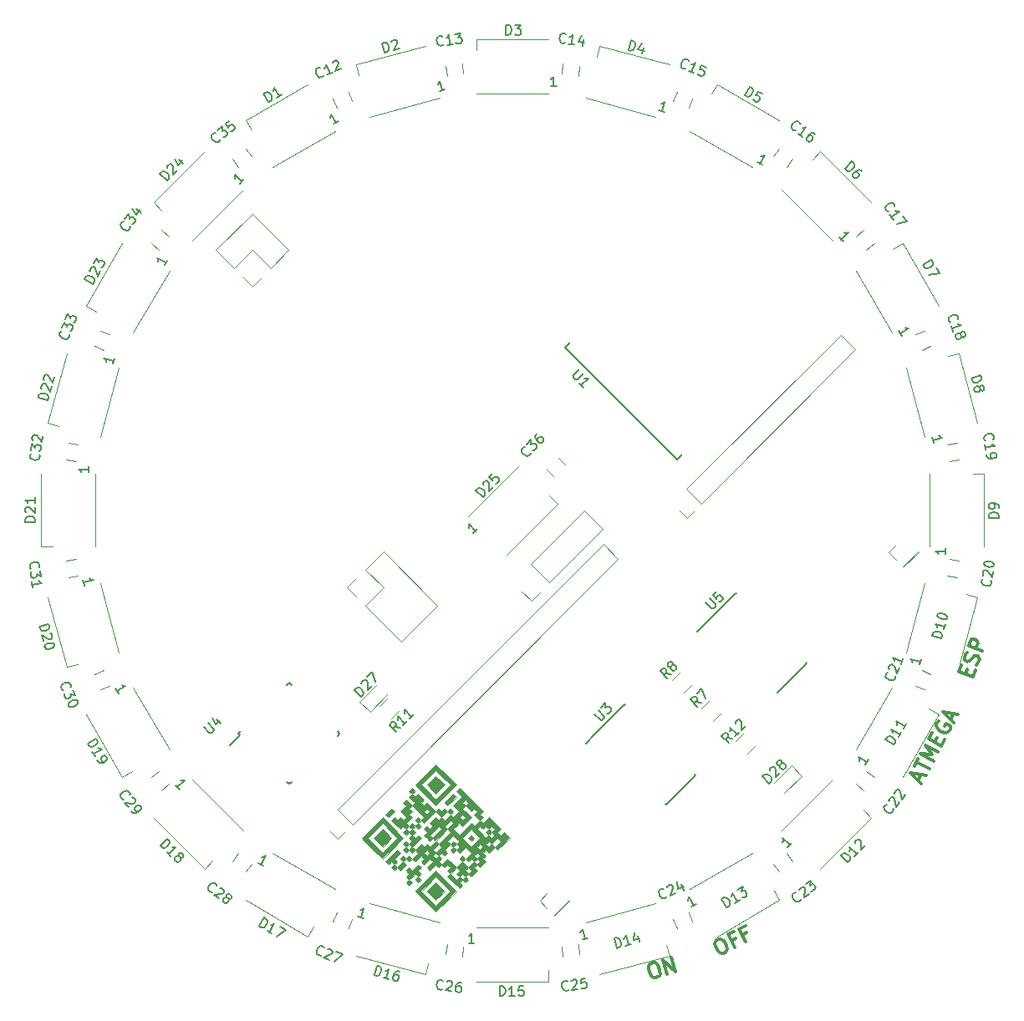
<source format=gto>
G04 #@! TF.GenerationSoftware,KiCad,Pcbnew,(5.0.0)*
G04 #@! TF.CreationDate,2018-09-13T19:48:45+02:00*
G04 #@! TF.ProjectId,noname.kicad_pcb_45_grader,6E6F6E616D652E6B696361645F706362,rev?*
G04 #@! TF.SameCoordinates,PX5f5e100PY8f0d180*
G04 #@! TF.FileFunction,Legend,Top*
G04 #@! TF.FilePolarity,Positive*
%FSLAX46Y46*%
G04 Gerber Fmt 4.6, Leading zero omitted, Abs format (unit mm)*
G04 Created by KiCad (PCBNEW (5.0.0)) date 09/13/18 19:48:45*
%MOMM*%
%LPD*%
G01*
G04 APERTURE LIST*
%ADD10C,0.300000*%
%ADD11C,0.120000*%
%ADD12C,0.010000*%
%ADD13C,0.150000*%
%ADD14C,0.152400*%
G04 APERTURE END LIST*
D10*
X72368599Y6956791D02*
X72623173Y7086502D01*
X72782887Y7087715D01*
X72975030Y7025284D01*
X73168384Y6803139D01*
X73395380Y6357635D01*
X73461448Y6070634D01*
X73399017Y5878492D01*
X73304158Y5749993D01*
X73049585Y5620281D01*
X72889870Y5619069D01*
X72697728Y5681499D01*
X72504373Y5903645D01*
X72277378Y6349148D01*
X72211310Y6636149D01*
X72273741Y6828292D01*
X72368599Y6956791D01*
X74283961Y7131055D02*
X73838458Y6904060D01*
X74195165Y6203983D02*
X73514179Y7540493D01*
X74150612Y7864772D01*
X75429541Y7714757D02*
X74984038Y7487762D01*
X75340745Y6787685D02*
X74659759Y8124195D01*
X75296192Y8448474D01*
X65723235Y4608570D02*
X65996465Y4692104D01*
X66153963Y4665564D01*
X66332346Y4570717D01*
X66484188Y4318370D01*
X66630374Y3840218D01*
X66645601Y3546104D01*
X66550754Y3367722D01*
X66435022Y3257647D01*
X66161792Y3174112D01*
X66004294Y3200653D01*
X65825911Y3295500D01*
X65674069Y3547846D01*
X65527883Y4025999D01*
X65512656Y4320112D01*
X65607503Y4498495D01*
X65723235Y4608570D01*
X67391327Y3550019D02*
X66952769Y4984476D01*
X68211017Y3800623D01*
X67772459Y5235080D01*
X92781909Y23128205D02*
X93117245Y23758881D01*
X93093247Y22800867D02*
X92003562Y23946548D01*
X93562719Y23683815D01*
X92372432Y24640293D02*
X92774836Y25397105D01*
X93898056Y24314492D02*
X92573634Y25018699D01*
X94333994Y25134371D02*
X93009572Y25838579D01*
X94190323Y25777047D01*
X93479044Y26721526D01*
X94803465Y26017319D01*
X94445057Y27016866D02*
X94679793Y27458340D01*
X95474139Y27278673D02*
X95138802Y26647996D01*
X93814381Y27352203D01*
X94149717Y27982880D01*
X94883459Y29210700D02*
X94753324Y29118098D01*
X94652723Y28928895D01*
X94615189Y28706159D01*
X94674257Y28512956D01*
X94766859Y28382821D01*
X94985596Y28185618D01*
X95174799Y28085017D01*
X95460603Y28013950D01*
X95620273Y28009951D01*
X95813475Y28069019D01*
X95977144Y28224688D01*
X96044211Y28350823D01*
X96081745Y28573560D01*
X96052211Y28670162D01*
X95610737Y28904897D01*
X95476602Y28652627D01*
X96068209Y29308838D02*
X96403546Y29939515D01*
X96379548Y28981500D02*
X95289863Y30127181D01*
X96849020Y29864448D01*
X97606215Y33919395D02*
X97777225Y34389241D01*
X98588845Y34321874D02*
X98344545Y33650665D01*
X96935006Y34163695D01*
X97179306Y34834904D01*
X98717164Y34883271D02*
X98857575Y35060204D01*
X98979725Y35395808D01*
X98961464Y35554480D01*
X98918773Y35646031D01*
X98808962Y35762012D01*
X98674720Y35810872D01*
X98516048Y35792611D01*
X98424497Y35749920D01*
X98308516Y35640108D01*
X98143675Y35396055D01*
X98027694Y35286243D01*
X97936143Y35243552D01*
X97777471Y35225291D01*
X97643230Y35274151D01*
X97533418Y35390132D01*
X97490727Y35481683D01*
X97472466Y35640355D01*
X97594616Y35975959D01*
X97735027Y36152892D01*
X99297315Y36268380D02*
X97887776Y36781410D01*
X98083216Y37318377D01*
X98199197Y37428189D01*
X98290748Y37470880D01*
X98449420Y37489141D01*
X98650783Y37415851D01*
X98760595Y37299870D01*
X98803285Y37208319D01*
X98821546Y37049647D01*
X98626106Y36512680D01*
D11*
G04 #@! TO.C,C16*
X79462330Y85331141D02*
X80071091Y86124494D01*
X78722390Y87159389D02*
X78113629Y86366036D01*
G04 #@! TO.C,C14*
X58349239Y94552713D02*
X58479765Y95544158D01*
X56794309Y95766053D02*
X56663783Y94774608D01*
G04 #@! TO.C,C32*
X7689749Y57195508D02*
X6698304Y57326034D01*
X6476409Y55640578D02*
X7467854Y55510052D01*
G04 #@! TO.C,C13*
X46732408Y94774608D02*
X46601882Y95766053D01*
X44916426Y95544158D02*
X45046952Y94552713D01*
G04 #@! TO.C,C35*
X25282563Y86366035D02*
X24673802Y87159388D01*
X23325101Y86124493D02*
X23933862Y85331140D01*
G04 #@! TO.C,C26*
X45046954Y6536017D02*
X44916428Y5544572D01*
X46601884Y5322677D02*
X46732410Y6314122D01*
G04 #@! TO.C,C23*
X78113630Y14722695D02*
X78722391Y13929342D01*
X80071092Y14964237D02*
X79462331Y15757590D01*
G04 #@! TO.C,C12*
X35453981Y91982284D02*
X35071298Y92906164D01*
X33500703Y92255602D02*
X33883386Y91331722D01*
G04 #@! TO.C,C34*
X16911321Y78308599D02*
X16117968Y78917360D01*
X15083073Y77568659D02*
X15876426Y76959898D01*
G04 #@! TO.C,C33*
X10910739Y68359074D02*
X9986859Y68741757D01*
X9336297Y67171162D02*
X10260177Y66788479D01*
G04 #@! TO.C,C27*
X33883387Y9757007D02*
X33500704Y8833127D01*
X35071299Y8182565D02*
X35453982Y9106445D01*
G04 #@! TO.C,C29*
X15876426Y24128832D02*
X15083073Y23520071D01*
X16117968Y22171370D02*
X16911321Y22780131D01*
G04 #@! TO.C,C24*
X67942212Y9106446D02*
X68324895Y8182566D01*
X69895490Y8833128D02*
X69512807Y9757008D01*
G04 #@! TO.C,C28*
X23933863Y15757589D02*
X23325102Y14964236D01*
X24673803Y13929341D02*
X25282564Y14722694D01*
G04 #@! TO.C,C15*
X69512806Y91331723D02*
X69895489Y92255603D01*
X68324894Y92906165D02*
X67942211Y91982285D01*
G04 #@! TO.C,C30*
X10260178Y34300250D02*
X9336298Y33917567D01*
X9986860Y32346972D02*
X10910740Y32729655D01*
G04 #@! TO.C,C25*
X56663785Y6314122D02*
X56794311Y5322677D01*
X58479767Y5544572D02*
X58349241Y6536017D01*
G04 #@! TO.C,C31*
X7467854Y45578677D02*
X6476409Y45448151D01*
X6698304Y43762695D02*
X7689749Y43893221D01*
G04 #@! TO.C,D21*
X3948097Y46894365D02*
X5098097Y46894365D01*
X3948096Y54194365D02*
X3948097Y46894365D01*
X9448097Y54194365D02*
X9448098Y46894365D01*
G04 #@! TO.C,D3*
X48048097Y98294365D02*
X48048097Y97144365D01*
X55348097Y98294366D02*
X48048097Y98294365D01*
X55348097Y92794365D02*
X48048097Y92794364D01*
G04 #@! TO.C,D25*
X56223580Y51180761D02*
X55410408Y51993934D01*
X51061702Y46018881D02*
X56223580Y51180761D01*
X47172614Y49907969D02*
X52334492Y55069849D01*
G04 #@! TO.C,D24*
X15352808Y81727774D02*
X16165980Y80914601D01*
X20514686Y86889654D02*
X15352808Y81727774D01*
X24403774Y83000566D02*
X19241896Y77838686D01*
G04 #@! TO.C,C21*
X92485454Y32729656D02*
X93409334Y32346973D01*
X94059896Y33917568D02*
X93136016Y34300251D01*
G04 #@! TO.C,D2*
X35813858Y95722634D02*
X36111500Y94611819D01*
X42865117Y97612014D02*
X35813858Y95722634D01*
X44288622Y92299420D02*
X37237363Y90410040D01*
G04 #@! TO.C,D1*
X24662104Y90072078D02*
X25237104Y89076149D01*
X30984089Y93722079D02*
X24662104Y90072078D01*
X33734090Y88958938D02*
X27412105Y85308937D01*
G04 #@! TO.C,D4*
X60531076Y97612013D02*
X60233434Y96501198D01*
X67582335Y95722634D02*
X60531076Y97612013D01*
X66158830Y90410041D02*
X59107571Y92299420D01*
G04 #@! TO.C,C20*
X95706444Y43893222D02*
X96697889Y43762696D01*
X96919784Y45448152D02*
X95928339Y45578678D01*
G04 #@! TO.C,D19*
X12170384Y23508372D02*
X13166313Y24083372D01*
X8520383Y29830357D02*
X12170384Y23508372D01*
X13283524Y32580358D02*
X16933525Y26258373D01*
G04 #@! TO.C,D22*
X4630448Y59377345D02*
X5741263Y59079703D01*
X6519827Y66428604D02*
X4630448Y59377345D01*
X11832420Y65005099D02*
X9943041Y57953840D01*
G04 #@! TO.C,C19*
X95928339Y55510053D02*
X96919784Y55640579D01*
X96697889Y57326035D02*
X95706444Y57195509D01*
G04 #@! TO.C,C22*
X86484873Y22780132D02*
X87278226Y22171371D01*
X88313121Y23520072D02*
X87519768Y24128833D01*
G04 #@! TO.C,C18*
X93136015Y66788480D02*
X94059895Y67171163D01*
X93409333Y68741758D02*
X92485453Y68359075D01*
G04 #@! TO.C,D5*
X72412104Y93722079D02*
X71837103Y92726149D01*
X78734089Y90072079D02*
X72412104Y93722079D01*
X75984088Y85308937D02*
X69662103Y88958937D01*
G04 #@! TO.C,D20*
X6519827Y34660126D02*
X7630642Y34957768D01*
X4630447Y41711385D02*
X6519827Y34660126D01*
X9943041Y43134890D02*
X11832421Y36083631D01*
G04 #@! TO.C,D6*
X82881506Y86889653D02*
X82068333Y86076481D01*
X88043386Y81727775D02*
X82881506Y86889653D01*
X84154298Y77838687D02*
X78992418Y83000565D01*
G04 #@! TO.C,D23*
X8520383Y71258373D02*
X9516313Y70683372D01*
X12170383Y77580358D02*
X8520383Y71258373D01*
X16933525Y74830357D02*
X13283525Y68508372D01*
D12*
G04 #@! TO.C,*
G36*
X46015316Y11922192D02*
X43919922Y9826799D01*
X42123871Y11622850D01*
X42423213Y11922192D01*
X43919922Y10425483D01*
X45416631Y11922192D01*
X43919922Y13418901D01*
X42423213Y11922192D01*
X42123871Y11622850D01*
X41824528Y11922192D01*
X43919922Y14017586D01*
X46015316Y11922192D01*
X46015316Y11922192D01*
G37*
X46015316Y11922192D02*
X43919922Y9826799D01*
X42123871Y11622850D01*
X42423213Y11922192D01*
X43919922Y10425483D01*
X45416631Y11922192D01*
X43919922Y13418901D01*
X42423213Y11922192D01*
X42123871Y11622850D01*
X41824528Y11922192D01*
X43919922Y14017586D01*
X46015316Y11922192D01*
G36*
X41225845Y14915612D02*
X40926504Y15214953D01*
X41225845Y15514295D01*
X41525187Y15214953D01*
X41225845Y14915612D01*
X41225845Y14915612D01*
G37*
X41225845Y14915612D02*
X40926504Y15214953D01*
X41225845Y15514295D01*
X41525187Y15214953D01*
X41225845Y14915612D01*
G36*
X40327820Y15214952D02*
X40627162Y15514295D01*
X40926504Y15214953D01*
X40627161Y14915611D01*
X40327820Y15214952D01*
X40327820Y15214952D01*
G37*
X40327820Y15214952D02*
X40627162Y15514295D01*
X40926504Y15214953D01*
X40627161Y14915611D01*
X40327820Y15214952D01*
G36*
X41225845Y22099816D02*
X41525187Y22399158D01*
X41824529Y22099816D01*
X41525188Y21800474D01*
X41225845Y22099816D01*
X41225845Y22099816D01*
G37*
X41225845Y22099816D02*
X41525187Y22399158D01*
X41824529Y22099816D01*
X41525188Y21800474D01*
X41225845Y22099816D01*
G36*
X42123871Y15813637D02*
X41824529Y16112979D01*
X42423212Y16711662D01*
X42722554Y16412320D01*
X43021896Y16711663D01*
X43321239Y16412320D01*
X43919922Y17011004D01*
X44219264Y16711662D01*
X45416632Y17909030D01*
X45715973Y18208372D01*
X46314657Y17609688D01*
X47512024Y18807055D01*
X47811366Y18507713D01*
X48410050Y19106397D01*
X47811366Y19705081D01*
X48110708Y20004423D01*
X47811366Y20303764D01*
X47512024Y20004423D01*
X46913340Y20603107D01*
X46613999Y20303765D01*
X47512024Y19405740D01*
X46613999Y18507714D01*
X46314657Y18807056D01*
X45715973Y18208372D01*
X45416632Y17909030D01*
X45117290Y18208372D01*
X43919922Y17011004D01*
X43620580Y17310346D01*
X43321238Y17011004D01*
X43021896Y17310346D01*
X43321238Y17609688D01*
X43620580Y17310346D01*
X44518605Y18208372D01*
X44817948Y18507714D01*
X45117290Y18208372D01*
X45715973Y18807055D01*
X46314657Y19405739D01*
X46613999Y19106397D01*
X46913340Y19405739D01*
X46613999Y19705080D01*
X46314657Y19405739D01*
X45715973Y18807055D01*
X45416631Y19106397D01*
X44817948Y18507714D01*
X44518605Y18208372D01*
X44219264Y18507713D01*
X44817948Y19106397D01*
X45416632Y19705081D01*
X45117290Y20004423D01*
X44518606Y19405739D01*
X44817948Y19106397D01*
X44219264Y18507713D01*
X43321238Y17609688D01*
X43021896Y17310346D01*
X42722555Y17609688D01*
X43021896Y17909029D01*
X42722554Y18208372D01*
X43021896Y18507714D01*
X43321239Y18208372D01*
X43620580Y18507713D01*
X43321238Y18807056D01*
X43919922Y19405740D01*
X44219264Y19106397D01*
X44518606Y19405739D01*
X43919922Y20004423D01*
X42722555Y18807056D01*
X42423213Y19106397D01*
X42722555Y19405739D01*
X42423212Y19705081D01*
X42722554Y20004423D01*
X43021896Y19705080D01*
X43321239Y20004423D01*
X43021896Y20303765D01*
X42722554Y20004423D01*
X42423212Y19705081D01*
X41525187Y20603107D01*
X41225845Y20303765D01*
X41525188Y20004423D01*
X41225845Y19705080D01*
X41525187Y19405739D01*
X40926504Y18807056D01*
X41225845Y18507714D01*
X40926503Y18208372D01*
X41225845Y17909029D01*
X41525188Y18208372D01*
X41824529Y17909030D01*
X41525187Y17609688D01*
X41824528Y17310346D01*
X42123871Y17609688D01*
X42423213Y17310346D01*
X41525188Y16412320D01*
X41824529Y16112979D01*
X41525187Y15813636D01*
X41225845Y16112978D01*
X40926504Y15813636D01*
X40627161Y16112979D01*
X40926503Y16412320D01*
X41225845Y16112978D01*
X41525188Y16412320D01*
X41225845Y16711663D01*
X40926503Y16412320D01*
X40627161Y16711662D01*
X40926504Y17011004D01*
X41225845Y16711663D01*
X41525187Y17011004D01*
X41225845Y17310346D01*
X41525187Y17609688D01*
X41225845Y17909029D01*
X40926504Y17609688D01*
X40627161Y17909030D01*
X40926503Y18208372D01*
X40627161Y18507713D01*
X40327820Y18208372D01*
X39429794Y19106397D01*
X39729136Y19405739D01*
X40028477Y19106397D01*
X40327820Y19405740D01*
X40627162Y19106397D01*
X40926504Y19405739D01*
X40327820Y20004423D01*
X40926504Y20603107D01*
X40627162Y20902448D01*
X40926504Y21201790D01*
X41525187Y20603107D01*
X41824528Y20902448D01*
X41225845Y21501132D01*
X41525188Y21800474D01*
X41824529Y21501132D01*
X42123871Y21800474D01*
X42722555Y21201790D01*
X42423213Y20902448D01*
X42722555Y20603107D01*
X43021896Y20902448D01*
X43919922Y20004423D01*
X44219264Y20303764D01*
X44518605Y20004423D01*
X44817948Y20303765D01*
X45117290Y20004423D01*
X45416632Y20303764D01*
X45715973Y20004423D01*
X45416632Y19705081D01*
X45715973Y19405740D01*
X46314656Y20004423D01*
X46015315Y20303764D01*
X46613999Y20902448D01*
X46913340Y20603107D01*
X47212682Y20902448D01*
X46913340Y21201790D01*
X46613999Y20902448D01*
X46015315Y20303764D01*
X45715973Y20603106D01*
X46613999Y21501132D01*
X46015315Y22099816D01*
X46314657Y22399158D01*
X48709392Y20004423D01*
X48410050Y19705080D01*
X48709392Y19405739D01*
X48410050Y19106397D01*
X48709392Y18807056D01*
X49308076Y19405740D01*
X50505444Y18208372D01*
X50206101Y17909029D01*
X50505443Y17609688D01*
X50804785Y17909030D01*
X51403469Y17310346D01*
X50206101Y16112978D01*
X49906759Y16412320D01*
X50505443Y17011004D01*
X50206101Y17310346D01*
X49607417Y16711662D01*
X49906759Y16412320D01*
X49308076Y15813637D01*
X49008734Y16112979D01*
X48709392Y15813636D01*
X49008733Y15514295D01*
X48709392Y15214953D01*
X49008734Y14915611D01*
X48410050Y14316927D01*
X48110708Y14616269D01*
X47811366Y14316928D01*
X48110708Y14017585D01*
X47512024Y13418901D01*
X47212682Y13718244D01*
X46913340Y13418902D01*
X47212683Y13119560D01*
X46913341Y12820218D01*
X46613999Y13119560D01*
X46913340Y13418902D01*
X46613999Y13718244D01*
X46913340Y14017585D01*
X47212682Y13718244D01*
X47512024Y14017586D01*
X47212683Y14316928D01*
X46913340Y14017585D01*
X46613999Y13718244D01*
X46314657Y13418902D01*
X46613999Y13119560D01*
X46314656Y12820218D01*
X46613999Y12520876D01*
X46314657Y12221534D01*
X45117289Y13418902D01*
X45416631Y13718244D01*
X46015315Y13119560D01*
X46314657Y13418902D01*
X46015316Y13718244D01*
X46314657Y14017585D01*
X46015315Y14316928D01*
X45416631Y13718244D01*
X45117289Y14017585D01*
X45416632Y14316928D01*
X45117290Y14616269D01*
X44817948Y14316927D01*
X44518605Y14616269D01*
X44219264Y14316928D01*
X43919922Y14616269D01*
X44219264Y14915611D01*
X44518605Y14616269D01*
X45117289Y15214953D01*
X46015315Y14316928D01*
X46613999Y14915612D01*
X47212683Y14316928D01*
X47811366Y14915611D01*
X48110708Y14616269D01*
X48410050Y14915612D01*
X48110708Y15214953D01*
X47811366Y14915611D01*
X47512024Y15214952D01*
X47811367Y15514295D01*
X48110708Y15214953D01*
X48410050Y15514295D01*
X48110708Y15813636D01*
X47811367Y15514295D01*
X47512024Y15214952D01*
X47212683Y14915611D01*
X46913340Y15214953D01*
X47512024Y15813637D01*
X48110708Y16412320D01*
X48410050Y16112978D01*
X48709392Y16412320D01*
X49008734Y16711662D01*
X49308076Y16412320D01*
X49607417Y16711662D01*
X49308076Y17011004D01*
X49008734Y16711662D01*
X48709392Y16412320D01*
X48410050Y16711663D01*
X48110708Y16412320D01*
X47512024Y15813637D01*
X46913341Y16412320D01*
X46314657Y15813636D01*
X46015315Y16112979D01*
X46314656Y16412320D01*
X46015315Y16711662D01*
X46314657Y17011004D01*
X46613999Y17310346D01*
X47512024Y16412320D01*
X48410050Y17310346D01*
X47811366Y17909030D01*
X48110708Y18208372D01*
X49008733Y17310346D01*
X49308076Y17609688D01*
X49607418Y17310346D01*
X49906760Y17609688D01*
X49607417Y17909030D01*
X49906759Y18208372D01*
X49607417Y18507713D01*
X49308076Y18208372D01*
X49008734Y18507713D01*
X48709392Y18208372D01*
X48410050Y18507714D01*
X48110708Y18208372D01*
X47811366Y17909030D01*
X47512024Y18208372D01*
X46613999Y17310346D01*
X46314657Y17011004D01*
X45715973Y17609688D01*
X45117289Y17011004D01*
X45416632Y16711662D01*
X44817948Y16112978D01*
X45117289Y15813636D01*
X44817948Y15514295D01*
X44518606Y15813636D01*
X44219264Y15514295D01*
X44518606Y15214953D01*
X44219264Y14915611D01*
X43919922Y14616269D01*
X43321238Y14017585D01*
X43021896Y14316927D01*
X43620580Y14915611D01*
X43321238Y15214953D01*
X43620580Y15514295D01*
X43919922Y15214952D01*
X44219264Y15514295D01*
X43919922Y15813637D01*
X43620580Y15514295D01*
X43321238Y15214953D01*
X42722554Y14616269D01*
X42423212Y14915611D01*
X42722555Y15214953D01*
X42423213Y15514295D01*
X42722555Y15813636D01*
X43021896Y15514295D01*
X43321238Y15813636D01*
X43620580Y16112979D01*
X43919922Y15813637D01*
X44518605Y16412320D01*
X44219264Y16711662D01*
X43620580Y16112979D01*
X43321238Y15813636D01*
X43021896Y16112978D01*
X42722555Y15813636D01*
X42423213Y15514295D01*
X41824529Y14915611D01*
X41525187Y15214953D01*
X42123871Y15813637D01*
X42123871Y15813637D01*
G37*
X42123871Y15813637D02*
X41824529Y16112979D01*
X42423212Y16711662D01*
X42722554Y16412320D01*
X43021896Y16711663D01*
X43321239Y16412320D01*
X43919922Y17011004D01*
X44219264Y16711662D01*
X45416632Y17909030D01*
X45715973Y18208372D01*
X46314657Y17609688D01*
X47512024Y18807055D01*
X47811366Y18507713D01*
X48410050Y19106397D01*
X47811366Y19705081D01*
X48110708Y20004423D01*
X47811366Y20303764D01*
X47512024Y20004423D01*
X46913340Y20603107D01*
X46613999Y20303765D01*
X47512024Y19405740D01*
X46613999Y18507714D01*
X46314657Y18807056D01*
X45715973Y18208372D01*
X45416632Y17909030D01*
X45117290Y18208372D01*
X43919922Y17011004D01*
X43620580Y17310346D01*
X43321238Y17011004D01*
X43021896Y17310346D01*
X43321238Y17609688D01*
X43620580Y17310346D01*
X44518605Y18208372D01*
X44817948Y18507714D01*
X45117290Y18208372D01*
X45715973Y18807055D01*
X46314657Y19405739D01*
X46613999Y19106397D01*
X46913340Y19405739D01*
X46613999Y19705080D01*
X46314657Y19405739D01*
X45715973Y18807055D01*
X45416631Y19106397D01*
X44817948Y18507714D01*
X44518605Y18208372D01*
X44219264Y18507713D01*
X44817948Y19106397D01*
X45416632Y19705081D01*
X45117290Y20004423D01*
X44518606Y19405739D01*
X44817948Y19106397D01*
X44219264Y18507713D01*
X43321238Y17609688D01*
X43021896Y17310346D01*
X42722555Y17609688D01*
X43021896Y17909029D01*
X42722554Y18208372D01*
X43021896Y18507714D01*
X43321239Y18208372D01*
X43620580Y18507713D01*
X43321238Y18807056D01*
X43919922Y19405740D01*
X44219264Y19106397D01*
X44518606Y19405739D01*
X43919922Y20004423D01*
X42722555Y18807056D01*
X42423213Y19106397D01*
X42722555Y19405739D01*
X42423212Y19705081D01*
X42722554Y20004423D01*
X43021896Y19705080D01*
X43321239Y20004423D01*
X43021896Y20303765D01*
X42722554Y20004423D01*
X42423212Y19705081D01*
X41525187Y20603107D01*
X41225845Y20303765D01*
X41525188Y20004423D01*
X41225845Y19705080D01*
X41525187Y19405739D01*
X40926504Y18807056D01*
X41225845Y18507714D01*
X40926503Y18208372D01*
X41225845Y17909029D01*
X41525188Y18208372D01*
X41824529Y17909030D01*
X41525187Y17609688D01*
X41824528Y17310346D01*
X42123871Y17609688D01*
X42423213Y17310346D01*
X41525188Y16412320D01*
X41824529Y16112979D01*
X41525187Y15813636D01*
X41225845Y16112978D01*
X40926504Y15813636D01*
X40627161Y16112979D01*
X40926503Y16412320D01*
X41225845Y16112978D01*
X41525188Y16412320D01*
X41225845Y16711663D01*
X40926503Y16412320D01*
X40627161Y16711662D01*
X40926504Y17011004D01*
X41225845Y16711663D01*
X41525187Y17011004D01*
X41225845Y17310346D01*
X41525187Y17609688D01*
X41225845Y17909029D01*
X40926504Y17609688D01*
X40627161Y17909030D01*
X40926503Y18208372D01*
X40627161Y18507713D01*
X40327820Y18208372D01*
X39429794Y19106397D01*
X39729136Y19405739D01*
X40028477Y19106397D01*
X40327820Y19405740D01*
X40627162Y19106397D01*
X40926504Y19405739D01*
X40327820Y20004423D01*
X40926504Y20603107D01*
X40627162Y20902448D01*
X40926504Y21201790D01*
X41525187Y20603107D01*
X41824528Y20902448D01*
X41225845Y21501132D01*
X41525188Y21800474D01*
X41824529Y21501132D01*
X42123871Y21800474D01*
X42722555Y21201790D01*
X42423213Y20902448D01*
X42722555Y20603107D01*
X43021896Y20902448D01*
X43919922Y20004423D01*
X44219264Y20303764D01*
X44518605Y20004423D01*
X44817948Y20303765D01*
X45117290Y20004423D01*
X45416632Y20303764D01*
X45715973Y20004423D01*
X45416632Y19705081D01*
X45715973Y19405740D01*
X46314656Y20004423D01*
X46015315Y20303764D01*
X46613999Y20902448D01*
X46913340Y20603107D01*
X47212682Y20902448D01*
X46913340Y21201790D01*
X46613999Y20902448D01*
X46015315Y20303764D01*
X45715973Y20603106D01*
X46613999Y21501132D01*
X46015315Y22099816D01*
X46314657Y22399158D01*
X48709392Y20004423D01*
X48410050Y19705080D01*
X48709392Y19405739D01*
X48410050Y19106397D01*
X48709392Y18807056D01*
X49308076Y19405740D01*
X50505444Y18208372D01*
X50206101Y17909029D01*
X50505443Y17609688D01*
X50804785Y17909030D01*
X51403469Y17310346D01*
X50206101Y16112978D01*
X49906759Y16412320D01*
X50505443Y17011004D01*
X50206101Y17310346D01*
X49607417Y16711662D01*
X49906759Y16412320D01*
X49308076Y15813637D01*
X49008734Y16112979D01*
X48709392Y15813636D01*
X49008733Y15514295D01*
X48709392Y15214953D01*
X49008734Y14915611D01*
X48410050Y14316927D01*
X48110708Y14616269D01*
X47811366Y14316928D01*
X48110708Y14017585D01*
X47512024Y13418901D01*
X47212682Y13718244D01*
X46913340Y13418902D01*
X47212683Y13119560D01*
X46913341Y12820218D01*
X46613999Y13119560D01*
X46913340Y13418902D01*
X46613999Y13718244D01*
X46913340Y14017585D01*
X47212682Y13718244D01*
X47512024Y14017586D01*
X47212683Y14316928D01*
X46913340Y14017585D01*
X46613999Y13718244D01*
X46314657Y13418902D01*
X46613999Y13119560D01*
X46314656Y12820218D01*
X46613999Y12520876D01*
X46314657Y12221534D01*
X45117289Y13418902D01*
X45416631Y13718244D01*
X46015315Y13119560D01*
X46314657Y13418902D01*
X46015316Y13718244D01*
X46314657Y14017585D01*
X46015315Y14316928D01*
X45416631Y13718244D01*
X45117289Y14017585D01*
X45416632Y14316928D01*
X45117290Y14616269D01*
X44817948Y14316927D01*
X44518605Y14616269D01*
X44219264Y14316928D01*
X43919922Y14616269D01*
X44219264Y14915611D01*
X44518605Y14616269D01*
X45117289Y15214953D01*
X46015315Y14316928D01*
X46613999Y14915612D01*
X47212683Y14316928D01*
X47811366Y14915611D01*
X48110708Y14616269D01*
X48410050Y14915612D01*
X48110708Y15214953D01*
X47811366Y14915611D01*
X47512024Y15214952D01*
X47811367Y15514295D01*
X48110708Y15214953D01*
X48410050Y15514295D01*
X48110708Y15813636D01*
X47811367Y15514295D01*
X47512024Y15214952D01*
X47212683Y14915611D01*
X46913340Y15214953D01*
X47512024Y15813637D01*
X48110708Y16412320D01*
X48410050Y16112978D01*
X48709392Y16412320D01*
X49008734Y16711662D01*
X49308076Y16412320D01*
X49607417Y16711662D01*
X49308076Y17011004D01*
X49008734Y16711662D01*
X48709392Y16412320D01*
X48410050Y16711663D01*
X48110708Y16412320D01*
X47512024Y15813637D01*
X46913341Y16412320D01*
X46314657Y15813636D01*
X46015315Y16112979D01*
X46314656Y16412320D01*
X46015315Y16711662D01*
X46314657Y17011004D01*
X46613999Y17310346D01*
X47512024Y16412320D01*
X48410050Y17310346D01*
X47811366Y17909030D01*
X48110708Y18208372D01*
X49008733Y17310346D01*
X49308076Y17609688D01*
X49607418Y17310346D01*
X49906760Y17609688D01*
X49607417Y17909030D01*
X49906759Y18208372D01*
X49607417Y18507713D01*
X49308076Y18208372D01*
X49008734Y18507713D01*
X48709392Y18208372D01*
X48410050Y18507714D01*
X48110708Y18208372D01*
X47811366Y17909030D01*
X47512024Y18208372D01*
X46613999Y17310346D01*
X46314657Y17011004D01*
X45715973Y17609688D01*
X45117289Y17011004D01*
X45416632Y16711662D01*
X44817948Y16112978D01*
X45117289Y15813636D01*
X44817948Y15514295D01*
X44518606Y15813636D01*
X44219264Y15514295D01*
X44518606Y15214953D01*
X44219264Y14915611D01*
X43919922Y14616269D01*
X43321238Y14017585D01*
X43021896Y14316927D01*
X43620580Y14915611D01*
X43321238Y15214953D01*
X43620580Y15514295D01*
X43919922Y15214952D01*
X44219264Y15514295D01*
X43919922Y15813637D01*
X43620580Y15514295D01*
X43321238Y15214953D01*
X42722554Y14616269D01*
X42423212Y14915611D01*
X42722555Y15214953D01*
X42423213Y15514295D01*
X42722555Y15813636D01*
X43021896Y15514295D01*
X43321238Y15813636D01*
X43620580Y16112979D01*
X43919922Y15813637D01*
X44518605Y16412320D01*
X44219264Y16711662D01*
X43620580Y16112979D01*
X43321238Y15813636D01*
X43021896Y16112978D01*
X42722555Y15813636D01*
X42423213Y15514295D01*
X41824529Y14915611D01*
X41525187Y15214953D01*
X42123871Y15813637D01*
G36*
X39429794Y14915612D02*
X39130452Y14616269D01*
X38831110Y14915611D01*
X40028478Y16112979D01*
X40327820Y15813637D01*
X39729136Y15214953D01*
X40028478Y14915611D01*
X39729136Y14616269D01*
X39429794Y14915612D01*
X39429794Y14915612D01*
G37*
X39429794Y14915612D02*
X39130452Y14616269D01*
X38831110Y14915611D01*
X40028478Y16112979D01*
X40327820Y15813637D01*
X39729136Y15214953D01*
X40028478Y14915611D01*
X39729136Y14616269D01*
X39429794Y14915612D01*
G36*
X39729136Y14017585D02*
X39429794Y14316927D01*
X39729136Y14616269D01*
X40028478Y14316928D01*
X39729136Y14017585D01*
X39729136Y14017585D01*
G37*
X39729136Y14017585D02*
X39429794Y14316927D01*
X39729136Y14616269D01*
X40028478Y14316928D01*
X39729136Y14017585D01*
G36*
X40926503Y14616269D02*
X40327820Y14017586D01*
X40028478Y14316928D01*
X40627161Y14915611D01*
X40926503Y14616269D01*
X40926503Y14616269D01*
G37*
X40926503Y14616269D02*
X40327820Y14017586D01*
X40028478Y14316928D01*
X40627161Y14915611D01*
X40926503Y14616269D01*
G36*
X41525188Y12820218D02*
X41225845Y12520876D01*
X40926503Y12820218D01*
X41225845Y13119560D01*
X41525188Y12820218D01*
X41525188Y12820218D01*
G37*
X41525188Y12820218D02*
X41225845Y12520876D01*
X40926503Y12820218D01*
X41225845Y13119560D01*
X41525188Y12820218D01*
G36*
X42423212Y13119560D02*
X42123871Y12820218D01*
X41824529Y13119560D01*
X42123871Y13418901D01*
X42423212Y13119560D01*
X42423212Y13119560D01*
G37*
X42423212Y13119560D02*
X42123871Y12820218D01*
X41824529Y13119560D01*
X42123871Y13418901D01*
X42423212Y13119560D01*
G36*
X41824528Y13718244D02*
X41225845Y13119560D01*
X40926504Y13418902D01*
X41225845Y13718244D01*
X40926504Y14017585D01*
X41225845Y14316927D01*
X41525187Y14017585D01*
X42123871Y14616269D01*
X42423212Y14316928D01*
X42123871Y14017586D01*
X42423213Y13718244D01*
X42123871Y13418901D01*
X41824528Y13718244D01*
X41824528Y13718244D01*
G37*
X41824528Y13718244D02*
X41225845Y13119560D01*
X40926504Y13418902D01*
X41225845Y13718244D01*
X40926504Y14017585D01*
X41225845Y14316927D01*
X41525187Y14017585D01*
X42123871Y14616269D01*
X42423212Y14316928D01*
X42123871Y14017586D01*
X42423213Y13718244D01*
X42123871Y13418901D01*
X41824528Y13718244D01*
G36*
X46015315Y21501132D02*
X45117289Y20603107D01*
X44817948Y20902448D01*
X45715973Y21800474D01*
X46015315Y21501132D01*
X46015315Y21501132D01*
G37*
X46015315Y21501132D02*
X45117289Y20603107D01*
X44817948Y20902448D01*
X45715973Y21800474D01*
X46015315Y21501132D01*
G36*
X40627162Y17310346D02*
X38531768Y15214952D01*
X36735717Y17011004D01*
X37035059Y17310346D01*
X38531768Y15813637D01*
X40028477Y17310346D01*
X38531768Y18807055D01*
X37035059Y17310346D01*
X36735717Y17011004D01*
X36436375Y17310346D01*
X38531768Y19405740D01*
X40627162Y17310346D01*
X40627162Y17310346D01*
G37*
X40627162Y17310346D02*
X38531768Y15214952D01*
X36735717Y17011004D01*
X37035059Y17310346D01*
X38531768Y15813637D01*
X40028477Y17310346D01*
X38531768Y18807055D01*
X37035059Y17310346D01*
X36735717Y17011004D01*
X36436375Y17310346D01*
X38531768Y19405740D01*
X40627162Y17310346D01*
G36*
X46015316Y22698500D02*
X43919922Y20603106D01*
X42123871Y22399157D01*
X42423213Y22698500D01*
X43919922Y21201791D01*
X45416631Y22698500D01*
X43919922Y24195209D01*
X42423213Y22698500D01*
X42123871Y22399157D01*
X41824528Y22698500D01*
X43919922Y24793893D01*
X46015316Y22698500D01*
X46015316Y22698500D01*
G37*
X46015316Y22698500D02*
X43919922Y20603106D01*
X42123871Y22399157D01*
X42423213Y22698500D01*
X43919922Y21201791D01*
X45416631Y22698500D01*
X43919922Y24195209D01*
X42423213Y22698500D01*
X42123871Y22399157D01*
X41824528Y22698500D01*
X43919922Y24793893D01*
X46015316Y22698500D01*
G36*
X39729136Y20004423D02*
X39130452Y19405739D01*
X38831110Y19705081D01*
X39429794Y20303765D01*
X39729136Y20004423D01*
X39729136Y20004423D01*
G37*
X39729136Y20004423D02*
X39130452Y19405739D01*
X38831110Y19705081D01*
X39429794Y20303765D01*
X39729136Y20004423D01*
G36*
X44817948Y11922192D02*
X43919922Y11024167D01*
X43021896Y11922192D01*
X43919922Y12820218D01*
X44817948Y11922192D01*
X44817948Y11922192D01*
G37*
X44817948Y11922192D02*
X43919922Y11024167D01*
X43021896Y11922192D01*
X43919922Y12820218D01*
X44817948Y11922192D01*
G36*
X46913340Y15214953D02*
X46613999Y14915612D01*
X46314657Y15214953D01*
X46613999Y15514295D01*
X46913340Y15214953D01*
X46913340Y15214953D01*
G37*
X46913340Y15214953D02*
X46613999Y14915612D01*
X46314657Y15214953D01*
X46613999Y15514295D01*
X46913340Y15214953D01*
G36*
X46015315Y16112979D02*
X45715973Y15813637D01*
X45416632Y16112979D01*
X45715973Y16412320D01*
X46015315Y16112979D01*
X46015315Y16112979D01*
G37*
X46015315Y16112979D02*
X45715973Y15813637D01*
X45416632Y16112979D01*
X45715973Y16412320D01*
X46015315Y16112979D01*
G36*
X45416632Y16711662D02*
X45715973Y17011004D01*
X46015315Y16711662D01*
X45715973Y16412320D01*
X45416632Y16711662D01*
X45416632Y16711662D01*
G37*
X45416632Y16711662D02*
X45715973Y17011004D01*
X46015315Y16711662D01*
X45715973Y16412320D01*
X45416632Y16711662D01*
G36*
X41824528Y19106397D02*
X42123871Y19405740D01*
X42423213Y19106397D01*
X42123871Y18807055D01*
X41824528Y19106397D01*
X41824528Y19106397D01*
G37*
X41824528Y19106397D02*
X42123871Y19405740D01*
X42423213Y19106397D01*
X42123871Y18807055D01*
X41824528Y19106397D01*
G36*
X41525188Y18208372D02*
X41225845Y18507714D01*
X41525187Y18807056D01*
X41824529Y18507713D01*
X41525188Y18208372D01*
X41525188Y18208372D01*
G37*
X41525188Y18208372D02*
X41225845Y18507714D01*
X41525187Y18807056D01*
X41824529Y18507713D01*
X41525188Y18208372D01*
G36*
X42423212Y18507713D02*
X42123871Y18208372D01*
X41824529Y18507713D01*
X42123871Y18807055D01*
X42423212Y18507713D01*
X42423212Y18507713D01*
G37*
X42423212Y18507713D02*
X42123871Y18208372D01*
X41824529Y18507713D01*
X42123871Y18807055D01*
X42423212Y18507713D01*
G36*
X49607417Y17909030D02*
X49308076Y17609688D01*
X49008734Y17909030D01*
X49308076Y18208372D01*
X49607417Y17909030D01*
X49607417Y17909030D01*
G37*
X49607417Y17909030D02*
X49308076Y17609688D01*
X49008734Y17909030D01*
X49308076Y18208372D01*
X49607417Y17909030D01*
G36*
X47811367Y17310346D02*
X47512024Y17011004D01*
X47212682Y17310346D01*
X47512024Y17609688D01*
X47811367Y17310346D01*
X47811367Y17310346D01*
G37*
X47811367Y17310346D02*
X47512024Y17011004D01*
X47212682Y17310346D01*
X47512024Y17609688D01*
X47811367Y17310346D01*
G36*
X39429794Y17310346D02*
X38531768Y16412320D01*
X37633743Y17310346D01*
X38531768Y18208372D01*
X39429794Y17310346D01*
X39429794Y17310346D01*
G37*
X39429794Y17310346D02*
X38531768Y16412320D01*
X37633743Y17310346D01*
X38531768Y18208372D01*
X39429794Y17310346D01*
G36*
X44817948Y22698500D02*
X43919922Y21800474D01*
X43021896Y22698500D01*
X43919922Y23596525D01*
X44817948Y22698500D01*
X44817948Y22698500D01*
G37*
X44817948Y22698500D02*
X43919922Y21800474D01*
X43021896Y22698500D01*
X43919922Y23596525D01*
X44817948Y22698500D01*
D11*
G04 #@! TO.C,J14*
X91296076Y44802658D02*
X92795142Y46301724D01*
X91253650Y44845084D02*
X91296076Y44802658D01*
X92752716Y46344150D02*
X92795142Y46301724D01*
X91253650Y44845084D02*
X92752716Y46344150D01*
X90546543Y45552191D02*
X89797010Y46301724D01*
X89797010Y46301724D02*
X90546543Y47051257D01*
G04 #@! TO.C,J13*
X54441671Y10946385D02*
X55191204Y11695918D01*
X55191204Y10196852D02*
X54441671Y10946385D01*
X55898311Y9489745D02*
X57397377Y10988811D01*
X57397377Y10988811D02*
X57439803Y10946385D01*
X55898311Y9489745D02*
X55940737Y9447319D01*
X55940737Y9447319D02*
X57439803Y10946385D01*
G04 #@! TO.C,J16*
X69375766Y49752406D02*
X68626233Y50501939D01*
X70125299Y50501939D02*
X69375766Y49752406D01*
X70832406Y51209046D02*
X69333340Y52708112D01*
X69333340Y52708112D02*
X84932115Y68306888D01*
X70832406Y51209046D02*
X86431182Y66807821D01*
X86431182Y66807821D02*
X84932115Y68306888D01*
G04 #@! TO.C,J15*
X34020427Y17225494D02*
X33270894Y17975027D01*
X34769960Y17975027D02*
X34020427Y17225494D01*
X35477067Y18682134D02*
X33978001Y20181200D01*
X33978001Y20181200D02*
X60890485Y47093684D01*
X35477067Y18682134D02*
X62389551Y45594618D01*
X62389551Y45594618D02*
X60890485Y47093684D01*
G04 #@! TO.C,D27*
X37255440Y30112514D02*
X38994923Y31851997D01*
X36215993Y31151961D02*
X37255440Y30112514D01*
X37955476Y32891444D02*
X36215993Y31151961D01*
D13*
G04 #@! TO.C,U3*
X60077312Y27916948D02*
X60094989Y27899271D01*
X63011805Y30851441D02*
X63086051Y30777195D01*
X70188938Y23674308D02*
X70114692Y23748554D01*
X67254445Y20739815D02*
X67180199Y20814061D01*
X60077312Y27916948D02*
X63011805Y30851441D01*
X67254445Y20739815D02*
X70188938Y23674308D01*
X60094989Y27899271D02*
X59122717Y26926999D01*
D11*
G04 #@! TO.C,D28*
X79229299Y21881792D02*
X80968782Y23621275D01*
X80968782Y23621275D02*
X79929335Y24660722D01*
X79929335Y24660722D02*
X78189852Y22921239D01*
D14*
G04 #@! TO.C,U1*
X57549405Y67519878D02*
X57010589Y66981062D01*
X57010589Y66981062D02*
X68325712Y55665940D01*
X68325712Y55665940D02*
X68864528Y56204755D01*
D11*
G04 #@! TO.C,R12*
X76361981Y26729009D02*
X75513453Y25880481D01*
X74268945Y27124989D02*
X75117473Y27973517D01*
D13*
G04 #@! TO.C,U4*
X24103255Y27757849D02*
X23095628Y26750222D01*
X29070680Y33043472D02*
X28840870Y32813662D01*
X34197204Y27916948D02*
X33967394Y27687138D01*
X29070680Y22790424D02*
X29300490Y23020234D01*
X23944156Y27916948D02*
X24173966Y28146758D01*
X29070680Y22790424D02*
X28840870Y23020234D01*
X34197204Y27916948D02*
X33967394Y28146758D01*
X29070680Y33043472D02*
X29300490Y32813662D01*
X23944156Y27916948D02*
X24103255Y27757849D01*
D11*
G04 #@! TO.C,R8*
X67827202Y33312173D02*
X68675730Y34160701D01*
X69920238Y32916193D02*
X69071710Y32067665D01*
G04 #@! TO.C,R7*
X72875945Y30059482D02*
X72027417Y29210954D01*
X70782909Y30455462D02*
X71631437Y31303990D01*
G04 #@! TO.C,J7*
X29021182Y76898235D02*
X25344227Y80575190D01*
X27182705Y75059758D02*
X29021182Y76898235D01*
X21667272Y76898235D02*
X25344227Y80575190D01*
X27182705Y75059758D02*
X25344227Y76898235D01*
X25344227Y76898235D02*
X23505749Y75059758D01*
X23505749Y75059758D02*
X21667272Y76898235D01*
X26284679Y74161732D02*
X25344227Y73221280D01*
X25344227Y73221280D02*
X24403775Y74161732D01*
G04 #@! TO.C,J8*
X53600214Y41373190D02*
X52659762Y42313642D01*
X54540666Y42313642D02*
X53600214Y41373190D01*
X55438692Y43211668D02*
X53557788Y45092572D01*
X53557788Y45092572D02*
X58988368Y50523152D01*
X55438692Y43211668D02*
X60869272Y48642248D01*
X60869272Y48642248D02*
X58988368Y50523152D01*
G04 #@! TO.C,R11*
X40299535Y30264542D02*
X39451007Y29416014D01*
X38206499Y30660522D02*
X39055027Y31509050D01*
G04 #@! TO.C,C36*
X57036753Y55161772D02*
X56329646Y55868879D01*
X55127565Y54666798D02*
X55834672Y53959691D01*
G04 #@! TO.C,J6*
X40419743Y37215403D02*
X44096699Y40892358D01*
X36785215Y40849931D02*
X40419743Y37215403D01*
X38623692Y46365364D02*
X44096699Y40892358D01*
X36785215Y40849931D02*
X38623692Y42688409D01*
X38623692Y42688409D02*
X36785215Y44526887D01*
X36785215Y44526887D02*
X38623692Y46365364D01*
X35887189Y41747957D02*
X34946737Y42688409D01*
X34946737Y42688409D02*
X35887189Y43628861D01*
G04 #@! TO.C,C17*
X87278225Y78917360D02*
X86484872Y78308599D01*
X87519767Y76959898D02*
X88313120Y77568659D01*
G04 #@! TO.C,D10*
X98765745Y41711385D02*
X97654930Y42009027D01*
X96876366Y34660126D02*
X98765745Y41711385D01*
X91563773Y36083631D02*
X93453152Y43134890D01*
G04 #@! TO.C,D18*
X20514687Y14199077D02*
X21327860Y15012249D01*
X15352807Y19360955D02*
X20514687Y14199077D01*
X19241895Y23250043D02*
X24403775Y18088165D01*
G04 #@! TO.C,D11*
X94875811Y29830357D02*
X93879881Y30405358D01*
X91225811Y23508372D02*
X94875811Y29830357D01*
X86462669Y26258373D02*
X90112669Y32580358D01*
G04 #@! TO.C,D17*
X30984089Y7366651D02*
X31559090Y8362581D01*
X24662104Y11016651D02*
X30984089Y7366651D01*
X27412105Y15779793D02*
X33734090Y12129793D01*
G04 #@! TO.C,D16*
X42865117Y3476717D02*
X43162759Y4587532D01*
X35813858Y5366096D02*
X42865117Y3476717D01*
X37237363Y10678689D02*
X44288622Y8789310D01*
G04 #@! TO.C,D8*
X96876366Y66428604D02*
X95765551Y66130962D01*
X98765746Y59377345D02*
X96876366Y66428604D01*
X93453152Y57953840D02*
X91563772Y65005099D01*
G04 #@! TO.C,D15*
X55348097Y2794365D02*
X55348097Y3944365D01*
X48048097Y2794364D02*
X55348097Y2794365D01*
X48048097Y8294365D02*
X55348097Y8294366D01*
G04 #@! TO.C,D12*
X88043385Y19360956D02*
X87230213Y20174129D01*
X82881507Y14199076D02*
X88043385Y19360956D01*
X78992419Y18088164D02*
X84154297Y23250044D01*
G04 #@! TO.C,D13*
X78734089Y11016652D02*
X78159089Y12012581D01*
X72412104Y7366651D02*
X78734089Y11016652D01*
X69662103Y12129792D02*
X75984088Y15779793D01*
G04 #@! TO.C,D9*
X99448096Y54194365D02*
X98298096Y54194365D01*
X99448097Y46894365D02*
X99448096Y54194365D01*
X93948096Y46894365D02*
X93948095Y54194365D01*
G04 #@! TO.C,D7*
X91225810Y77580358D02*
X90229881Y77005358D01*
X94875811Y71258373D02*
X91225810Y77580358D01*
X90112670Y68508372D02*
X86462669Y74830357D01*
D13*
G04 #@! TO.C,U5*
X71408698Y39212979D02*
X70436426Y38240707D01*
X78568154Y32053523D02*
X81502647Y34988016D01*
X71391021Y39230656D02*
X74325514Y42165149D01*
X78568154Y32053523D02*
X78493908Y32127769D01*
X81502647Y34988016D02*
X81428401Y35062262D01*
X74325514Y42165149D02*
X74399760Y42090903D01*
X71391021Y39230656D02*
X71408698Y39212979D01*
D11*
G04 #@! TO.C,D14*
X67582335Y5366096D02*
X67284693Y6476911D01*
X60531076Y3476716D02*
X67582335Y5366096D01*
X59107571Y8789310D02*
X66158830Y10678690D01*
G04 #@! TO.C,C16*
D13*
X80365098Y89027057D02*
X80298330Y89018267D01*
X80156006Y89067454D01*
X80080448Y89125431D01*
X79996101Y89250176D01*
X79978520Y89383710D01*
X79998719Y89488257D01*
X80076895Y89668360D01*
X80163861Y89781696D01*
X80317594Y89903823D01*
X80413350Y89950391D01*
X80546885Y89967972D01*
X80689210Y89918784D01*
X80764767Y89860807D01*
X80849115Y89736062D01*
X80857905Y89669295D01*
X81062695Y88371726D02*
X80609350Y88719590D01*
X80836023Y88545658D02*
X81444784Y89339012D01*
X81282261Y89283653D01*
X81148726Y89266072D01*
X81044180Y89286271D01*
X82351474Y88643284D02*
X82200359Y88759239D01*
X82095813Y88779437D01*
X82029045Y88770647D01*
X81866522Y88715288D01*
X81712789Y88593162D01*
X81480880Y88290932D01*
X81460681Y88186386D01*
X81469471Y88119619D01*
X81516040Y88023863D01*
X81667155Y87907908D01*
X81771701Y87887710D01*
X81838468Y87896500D01*
X81934224Y87943069D01*
X82079168Y88131962D01*
X82099366Y88236508D01*
X82090576Y88303276D01*
X82044007Y88399032D01*
X81892892Y88514986D01*
X81788346Y88535185D01*
X81721579Y88526395D01*
X81625823Y88479826D01*
G04 #@! TO.C,C14*
X57024530Y97933186D02*
X56971102Y97892190D01*
X56823252Y97863625D01*
X56728829Y97876056D01*
X56593409Y97941914D01*
X56511417Y98048768D01*
X56476636Y98149407D01*
X56454287Y98344469D01*
X56472933Y98486104D01*
X56545007Y98668735D01*
X56604650Y98756943D01*
X56711504Y98838935D01*
X56859355Y98867500D01*
X56953778Y98855069D01*
X57089198Y98789211D01*
X57130194Y98735784D01*
X57956332Y97714452D02*
X57389792Y97789038D01*
X57673062Y97751745D02*
X57803588Y98743190D01*
X57690518Y98613986D01*
X57583664Y98531994D01*
X57483025Y98497213D01*
X58893159Y98263535D02*
X58806142Y97602572D01*
X58706825Y98672306D02*
X58377534Y97995209D01*
X58991285Y97914407D01*
G04 #@! TO.C,C32*
X3743591Y56196069D02*
X3784587Y56142641D01*
X3813152Y55994791D01*
X3800721Y55900368D01*
X3734863Y55764948D01*
X3628009Y55682956D01*
X3527370Y55648175D01*
X3332308Y55625826D01*
X3190673Y55644472D01*
X3008042Y55716546D01*
X2919834Y55776189D01*
X2837842Y55883043D01*
X2809277Y56030894D01*
X2821708Y56125317D01*
X2887566Y56260737D01*
X2940993Y56301733D01*
X2890078Y56644645D02*
X2970880Y57258397D01*
X3305065Y56878191D01*
X3323712Y57019826D01*
X3383354Y57108034D01*
X3436781Y57149030D01*
X3537420Y57183811D01*
X3773479Y57152733D01*
X3861686Y57093090D01*
X3902683Y57039663D01*
X3937463Y56939024D01*
X3900170Y56655754D01*
X3840527Y56567546D01*
X3787100Y56526550D01*
X3115028Y57623659D02*
X3074032Y57677086D01*
X3039251Y57777725D01*
X3070329Y58013783D01*
X3129972Y58101991D01*
X3183399Y58142987D01*
X3284038Y58177768D01*
X3378461Y58165337D01*
X3513880Y58099479D01*
X4005834Y57458352D01*
X4086636Y58072104D01*
G04 #@! TO.C,C13*
X44693897Y97744152D02*
X44652900Y97690725D01*
X44517481Y97624867D01*
X44423058Y97612436D01*
X44275207Y97641001D01*
X44168353Y97722993D01*
X44108710Y97811201D01*
X44036636Y97993832D01*
X44017990Y98135467D01*
X44040339Y98330529D01*
X44075120Y98431168D01*
X44157112Y98538022D01*
X44292531Y98603881D01*
X44386955Y98616312D01*
X44534805Y98587747D01*
X44588233Y98546751D01*
X45650561Y97774040D02*
X45084021Y97699453D01*
X45367291Y97736746D02*
X45236765Y98728191D01*
X45160988Y98574125D01*
X45078996Y98467271D01*
X44990788Y98407628D01*
X45850516Y98808993D02*
X46464268Y98889795D01*
X46183511Y98468593D01*
X46325145Y98487240D01*
X46425784Y98452459D01*
X46479212Y98411463D01*
X46538854Y98323255D01*
X46569932Y98087197D01*
X46535151Y97986558D01*
X46494155Y97933131D01*
X46405947Y97873488D01*
X46122677Y97836195D01*
X46022039Y97870976D01*
X45968611Y97911972D01*
G04 #@! TO.C,C35*
X22102992Y88124155D02*
X22094202Y88057388D01*
X22009855Y87932643D01*
X21934297Y87874666D01*
X21791972Y87825479D01*
X21658438Y87843059D01*
X21562682Y87889628D01*
X21408948Y88011754D01*
X21321983Y88125090D01*
X21243807Y88305194D01*
X21223608Y88409740D01*
X21241188Y88543275D01*
X21325536Y88668019D01*
X21401093Y88725997D01*
X21543418Y88775184D01*
X21610186Y88766394D01*
X21816659Y89044872D02*
X22307783Y89421724D01*
X22275241Y88916574D01*
X22388577Y89003540D01*
X22493123Y89023738D01*
X22559891Y89014948D01*
X22655647Y88968379D01*
X22800590Y88779486D01*
X22820788Y88674940D01*
X22811998Y88608172D01*
X22765429Y88512416D01*
X22538757Y88338484D01*
X22434211Y88318286D01*
X22367444Y88327076D01*
X23025579Y89972508D02*
X22647791Y89682622D01*
X22899899Y89275846D01*
X22908689Y89342613D01*
X22955258Y89438369D01*
X23144152Y89583312D01*
X23248698Y89603511D01*
X23315465Y89594721D01*
X23411221Y89548152D01*
X23556164Y89359258D01*
X23576363Y89254712D01*
X23567573Y89187945D01*
X23521004Y89092189D01*
X23332110Y88947246D01*
X23227564Y88927047D01*
X23160797Y88935837D01*
G04 #@! TO.C,C26*
X44586523Y2014150D02*
X44533095Y1973154D01*
X44385245Y1944589D01*
X44290822Y1957020D01*
X44155402Y2022878D01*
X44073410Y2129732D01*
X44038629Y2230371D01*
X44016280Y2425433D01*
X44034926Y2567068D01*
X44107000Y2749699D01*
X44166643Y2837907D01*
X44273497Y2919899D01*
X44421348Y2948464D01*
X44515771Y2936033D01*
X44651191Y2870175D01*
X44692187Y2816748D01*
X45069880Y2767024D02*
X45123307Y2808020D01*
X45223946Y2842800D01*
X45460004Y2811723D01*
X45548212Y2752080D01*
X45589208Y2698653D01*
X45623989Y2598014D01*
X45611558Y2503591D01*
X45545699Y2368171D01*
X44904573Y1876218D01*
X45518325Y1795416D01*
X46498661Y2674981D02*
X46309814Y2699843D01*
X46209175Y2665063D01*
X46155748Y2624066D01*
X46042678Y2494863D01*
X45970604Y2312231D01*
X45920880Y1934538D01*
X45955661Y1833899D01*
X45996657Y1780472D01*
X46084865Y1720829D01*
X46273711Y1695967D01*
X46374350Y1730748D01*
X46427777Y1771744D01*
X46487420Y1859952D01*
X46518498Y2096010D01*
X46483717Y2196649D01*
X46442721Y2250076D01*
X46354513Y2309719D01*
X46165667Y2334581D01*
X46065028Y2299800D01*
X46011601Y2258804D01*
X45951958Y2170596D01*
G04 #@! TO.C,C23*
X80913064Y11155582D02*
X80904274Y11088815D01*
X80819927Y10964070D01*
X80744369Y10906093D01*
X80602044Y10856906D01*
X80468510Y10874486D01*
X80372754Y10921055D01*
X80219020Y11043181D01*
X80132055Y11156517D01*
X80053879Y11336621D01*
X80033680Y11441167D01*
X80051260Y11574702D01*
X80135608Y11699446D01*
X80211165Y11757424D01*
X80353490Y11806611D01*
X80420258Y11797821D01*
X80722487Y12029730D02*
X80731277Y12096497D01*
X80777846Y12192253D01*
X80966740Y12337196D01*
X81071286Y12357395D01*
X81138053Y12348605D01*
X81233809Y12302036D01*
X81291787Y12226479D01*
X81340974Y12084154D01*
X81235493Y11282945D01*
X81726616Y11659798D01*
X81382306Y12656072D02*
X81873430Y13032924D01*
X81840888Y12527774D01*
X81954224Y12614739D01*
X82058770Y12634938D01*
X82125537Y12626148D01*
X82221293Y12579579D01*
X82366236Y12390685D01*
X82386435Y12286139D01*
X82377645Y12219372D01*
X82331076Y12123616D01*
X82104404Y11949684D01*
X81999858Y11929486D01*
X81933090Y11938276D01*
G04 #@! TO.C,C12*
X32544943Y94615120D02*
X32519171Y94552902D01*
X32405412Y94454239D01*
X32317423Y94417793D01*
X32167217Y94407118D01*
X32042783Y94458661D01*
X31962342Y94528426D01*
X31845456Y94686180D01*
X31790787Y94818163D01*
X31761889Y95012363D01*
X31769437Y95118575D01*
X31820980Y95243009D01*
X31934740Y95341673D01*
X32022728Y95378119D01*
X32172934Y95388793D01*
X32235151Y95363022D01*
X33461274Y94891592D02*
X32933343Y94672915D01*
X33197308Y94782254D02*
X32814625Y95706133D01*
X32781305Y95537704D01*
X32729763Y95413270D01*
X32659997Y95332829D01*
X33466991Y95873267D02*
X33492762Y95935484D01*
X33562527Y96015924D01*
X33782499Y96107039D01*
X33888710Y96099491D01*
X33950928Y96073720D01*
X34031368Y96003955D01*
X34067814Y95915966D01*
X34078489Y95765760D01*
X33769234Y95019153D01*
X34341159Y95256052D01*
G04 #@! TO.C,C34*
X12946705Y79282078D02*
X12955495Y79215310D01*
X12906308Y79072986D01*
X12848331Y78997428D01*
X12723586Y78913081D01*
X12590052Y78895500D01*
X12485505Y78915699D01*
X12305402Y78993875D01*
X12192066Y79080841D01*
X12069939Y79234574D01*
X12023371Y79330330D01*
X12005790Y79463865D01*
X12054978Y79606190D01*
X12112955Y79681747D01*
X12237700Y79766095D01*
X12304467Y79774885D01*
X12431830Y80097313D02*
X12808682Y80588437D01*
X12907992Y80092076D01*
X12994958Y80205413D01*
X13090714Y80251981D01*
X13157481Y80260771D01*
X13262027Y80240573D01*
X13450921Y80095630D01*
X13497489Y79999874D01*
X13506280Y79933106D01*
X13486081Y79828560D01*
X13312149Y79601888D01*
X13216393Y79555319D01*
X13149626Y79546529D01*
X13594929Y81065533D02*
X14123831Y80659692D01*
X13147756Y81108549D02*
X13569494Y80484825D01*
X13946346Y80975949D01*
G04 #@! TO.C,C33*
X6774696Y68361180D02*
X6800467Y68298963D01*
X6789792Y68148757D01*
X6753346Y68060769D01*
X6654683Y67947009D01*
X6530248Y67895466D01*
X6424037Y67887918D01*
X6229837Y67916816D01*
X6097854Y67971485D01*
X5940100Y68088371D01*
X5870334Y68168812D01*
X5818792Y68293246D01*
X5829467Y68443452D01*
X5865913Y68531441D01*
X5964576Y68645200D01*
X6026793Y68670972D01*
X6066366Y69015378D02*
X6303265Y69587303D01*
X6527658Y69133559D01*
X6582327Y69265542D01*
X6662767Y69335307D01*
X6724985Y69361078D01*
X6831196Y69368627D01*
X7051168Y69277512D01*
X7120933Y69197071D01*
X7146704Y69134854D01*
X7154253Y69028642D01*
X7044914Y68764677D01*
X6964474Y68694911D01*
X6902257Y68669140D01*
X6430826Y69895263D02*
X6667726Y70467188D01*
X6892118Y70013444D01*
X6946788Y70145427D01*
X7027228Y70215193D01*
X7089445Y70240964D01*
X7195657Y70248512D01*
X7415628Y70157397D01*
X7485394Y70076957D01*
X7511165Y70014739D01*
X7518713Y69908528D01*
X7409375Y69644562D01*
X7328935Y69574797D01*
X7266717Y69549025D01*
G04 #@! TO.C,C27*
X32321094Y5438930D02*
X32258877Y5413159D01*
X32108671Y5423834D01*
X32020683Y5460280D01*
X31906923Y5558943D01*
X31855380Y5683378D01*
X31847832Y5789589D01*
X31876730Y5983789D01*
X31931399Y6115772D01*
X32048285Y6273526D01*
X32128726Y6343292D01*
X32253160Y6394834D01*
X32403366Y6384159D01*
X32491355Y6347713D01*
X32605114Y6249050D01*
X32630886Y6186833D01*
X32982840Y6041049D02*
X33045057Y6066820D01*
X33151269Y6074368D01*
X33371240Y5983253D01*
X33441005Y5902813D01*
X33466777Y5840595D01*
X33474325Y5734384D01*
X33437879Y5646395D01*
X33339216Y5532636D01*
X32592608Y5223381D01*
X33164534Y4986481D01*
X33855177Y5782800D02*
X34471096Y5527677D01*
X33692465Y4767805D01*
G04 #@! TO.C,C29*
X12302241Y21237475D02*
X12235474Y21246265D01*
X12110729Y21330612D01*
X12052752Y21406170D01*
X12003565Y21548495D01*
X12021145Y21682029D01*
X12067714Y21777785D01*
X12189840Y21931519D01*
X12303176Y22018484D01*
X12483280Y22096660D01*
X12587826Y22116859D01*
X12721361Y22099279D01*
X12846105Y22014931D01*
X12904083Y21939374D01*
X12953270Y21797049D01*
X12944480Y21730281D01*
X13176389Y21428052D02*
X13243156Y21419262D01*
X13338912Y21372693D01*
X13483855Y21183799D01*
X13504054Y21079253D01*
X13495264Y21012486D01*
X13448695Y20916730D01*
X13373138Y20858752D01*
X13230813Y20809565D01*
X12429604Y20915046D01*
X12806457Y20423923D01*
X13096343Y20046135D02*
X13212298Y19895020D01*
X13308054Y19848452D01*
X13374821Y19839662D01*
X13546135Y19851070D01*
X13726238Y19929246D01*
X14028468Y20161155D01*
X14075037Y20256911D01*
X14083827Y20323678D01*
X14063628Y20428224D01*
X13947674Y20579339D01*
X13851918Y20625908D01*
X13785150Y20634698D01*
X13680604Y20614500D01*
X13491711Y20469557D01*
X13445142Y20373800D01*
X13436352Y20307033D01*
X13456550Y20202487D01*
X13572505Y20051372D01*
X13668261Y20004803D01*
X13735028Y19996013D01*
X13839574Y20016212D01*
G04 #@! TO.C,C24*
X67306313Y11416937D02*
X67280541Y11354719D01*
X67166782Y11256056D01*
X67078793Y11219610D01*
X66928587Y11208935D01*
X66804153Y11260478D01*
X66723712Y11330243D01*
X66606826Y11487997D01*
X66552157Y11619980D01*
X66523259Y11814180D01*
X66530807Y11920392D01*
X66582350Y12044826D01*
X66696110Y12143490D01*
X66784098Y12179936D01*
X66934304Y12190610D01*
X66996521Y12164839D01*
X67348475Y12310623D02*
X67374247Y12372841D01*
X67444012Y12453281D01*
X67663983Y12544396D01*
X67770195Y12536848D01*
X67832412Y12511077D01*
X67912853Y12441311D01*
X67949299Y12353323D01*
X67959973Y12203117D01*
X67650718Y11456509D01*
X68222644Y11693409D01*
X68759418Y12637343D02*
X69014541Y12021423D01*
X68393663Y12898182D02*
X68447037Y12147153D01*
X69018962Y12384052D01*
G04 #@! TO.C,C28*
X21258041Y11846352D02*
X21191273Y11837562D01*
X21048949Y11886749D01*
X20973391Y11944726D01*
X20889044Y12069471D01*
X20871463Y12203005D01*
X20891662Y12307552D01*
X20969838Y12487655D01*
X21056804Y12600991D01*
X21210537Y12723118D01*
X21306293Y12769686D01*
X21439828Y12787267D01*
X21582153Y12738079D01*
X21657710Y12680102D01*
X21742058Y12555357D01*
X21750848Y12488590D01*
X22053078Y12256681D02*
X22119845Y12265471D01*
X22224391Y12245272D01*
X22413285Y12100329D01*
X22459854Y12004573D01*
X22468644Y11937806D01*
X22448445Y11833260D01*
X22390468Y11757702D01*
X22265723Y11673355D01*
X21464515Y11567874D01*
X21955638Y11191021D01*
X22756847Y11296502D02*
X22710278Y11392259D01*
X22701488Y11459026D01*
X22721686Y11563572D01*
X22750675Y11601351D01*
X22846431Y11647920D01*
X22913198Y11656710D01*
X23017744Y11636511D01*
X23168859Y11520557D01*
X23215428Y11424801D01*
X23224218Y11358033D01*
X23204020Y11253487D01*
X23175031Y11215708D01*
X23079275Y11169139D01*
X23012508Y11160349D01*
X22907962Y11180548D01*
X22756847Y11296502D01*
X22652301Y11316701D01*
X22585533Y11307911D01*
X22489777Y11261342D01*
X22373823Y11110227D01*
X22353624Y11005681D01*
X22362414Y10938914D01*
X22408983Y10843158D01*
X22560098Y10727203D01*
X22664644Y10707005D01*
X22731411Y10715795D01*
X22827167Y10762364D01*
X22943122Y10913478D01*
X22963320Y11018025D01*
X22954530Y11084792D01*
X22907962Y11180548D01*
G04 #@! TO.C,C15*
X69239140Y95290989D02*
X69176923Y95265218D01*
X69026717Y95275893D01*
X68938729Y95312339D01*
X68824969Y95411002D01*
X68773426Y95535437D01*
X68765878Y95641648D01*
X68794776Y95835848D01*
X68849445Y95967831D01*
X68966331Y96125585D01*
X69046772Y96195351D01*
X69171206Y96246893D01*
X69321412Y96236218D01*
X69409401Y96199772D01*
X69523160Y96101109D01*
X69548932Y96038892D01*
X70082580Y94838540D02*
X69554648Y95057217D01*
X69818614Y94947878D02*
X70201297Y95871758D01*
X70058640Y95776221D01*
X69934205Y95724679D01*
X69827994Y95717131D01*
X71301154Y95416183D02*
X70861211Y95598413D01*
X70634987Y95176693D01*
X70697204Y95202464D01*
X70803416Y95210013D01*
X71023387Y95118897D01*
X71093153Y95038457D01*
X71118924Y94976240D01*
X71126472Y94870028D01*
X71035357Y94650057D01*
X70954917Y94580291D01*
X70892699Y94554520D01*
X70786488Y94546972D01*
X70566516Y94638087D01*
X70496751Y94718527D01*
X70470980Y94780745D01*
G04 #@! TO.C,C30*
X6192564Y32291569D02*
X6130346Y32317341D01*
X6031683Y32431100D01*
X5995237Y32519089D01*
X5984562Y32669295D01*
X6036105Y32793729D01*
X6105870Y32874170D01*
X6263624Y32991056D01*
X6395607Y33045725D01*
X6589807Y33074623D01*
X6696019Y33067075D01*
X6820453Y33015532D01*
X6919117Y32901772D01*
X6955563Y32813784D01*
X6966237Y32663578D01*
X6940466Y32601361D01*
X7156016Y32329847D02*
X7392915Y31757922D01*
X6913400Y31920097D01*
X6968069Y31788114D01*
X6960521Y31681903D01*
X6934750Y31619686D01*
X6864984Y31539245D01*
X6645013Y31448130D01*
X6538801Y31455678D01*
X6476584Y31481450D01*
X6396144Y31551215D01*
X6286805Y31815181D01*
X6294354Y31921392D01*
X6320125Y31983610D01*
X7629814Y31185996D02*
X7666260Y31098008D01*
X7658712Y30991796D01*
X7632941Y30929579D01*
X7563176Y30849138D01*
X7405421Y30732252D01*
X7185450Y30641137D01*
X6991250Y30612239D01*
X6885039Y30619787D01*
X6822821Y30645559D01*
X6742381Y30715324D01*
X6705935Y30803313D01*
X6713483Y30909524D01*
X6739254Y30971741D01*
X6809020Y31052182D01*
X6966774Y31169068D01*
X7186745Y31260183D01*
X7380945Y31289081D01*
X7487157Y31281533D01*
X7549374Y31255762D01*
X7629814Y31185996D01*
G04 #@! TO.C,C25*
X57365250Y1973609D02*
X57324253Y1920182D01*
X57188834Y1854324D01*
X57094411Y1841893D01*
X56946560Y1870458D01*
X56839706Y1952450D01*
X56780063Y2040658D01*
X56707989Y2223289D01*
X56689343Y2364924D01*
X56711692Y2559986D01*
X56746473Y2660625D01*
X56828465Y2767479D01*
X56963884Y2833338D01*
X57058308Y2845769D01*
X57206158Y2817204D01*
X57259586Y2776208D01*
X57637279Y2825932D02*
X57678275Y2879359D01*
X57766483Y2939002D01*
X58002541Y2970079D01*
X58103180Y2935299D01*
X58156607Y2894303D01*
X58216250Y2806095D01*
X58228681Y2711672D01*
X58200116Y2563821D01*
X57708162Y1922695D01*
X58321914Y2003497D01*
X59088409Y3113037D02*
X58616293Y3050881D01*
X58631236Y2572549D01*
X58672232Y2625976D01*
X58760440Y2685619D01*
X58996498Y2716697D01*
X59097137Y2681916D01*
X59150565Y2640920D01*
X59210207Y2552712D01*
X59241285Y2316654D01*
X59206504Y2216015D01*
X59165508Y2162588D01*
X59077300Y2102945D01*
X58841242Y2071868D01*
X58740603Y2106648D01*
X58687176Y2147644D01*
G04 #@! TO.C,C31*
X2929350Y44622653D02*
X2875923Y44663650D01*
X2810065Y44799069D01*
X2797634Y44893492D01*
X2826199Y45041343D01*
X2908191Y45148197D01*
X2996399Y45207840D01*
X3179030Y45279914D01*
X3320665Y45298560D01*
X3515727Y45276211D01*
X3616366Y45241430D01*
X3723220Y45159438D01*
X3789079Y45024019D01*
X3801510Y44929595D01*
X3772945Y44781745D01*
X3731949Y44728317D01*
X3869881Y44410267D02*
X3950683Y43796515D01*
X3529481Y44077273D01*
X3548127Y43935638D01*
X3513347Y43834999D01*
X3472350Y43781572D01*
X3384143Y43721929D01*
X3148084Y43690851D01*
X3047445Y43725632D01*
X2994018Y43766628D01*
X2934376Y43854836D01*
X2897082Y44138106D01*
X2931863Y44238745D01*
X2972859Y44292172D01*
X3083548Y42721756D02*
X3008962Y43288296D01*
X3046255Y43005026D02*
X4037700Y43135552D01*
X3883634Y43211329D01*
X3776780Y43293321D01*
X3717137Y43381529D01*
G04 #@! TO.C,D21*
X3331825Y49358364D02*
X2331825Y49358364D01*
X2331825Y49596459D01*
X2379445Y49739316D01*
X2474683Y49834554D01*
X2569921Y49882173D01*
X2760397Y49929792D01*
X2903254Y49929792D01*
X3093730Y49882173D01*
X3188968Y49834554D01*
X3284206Y49739316D01*
X3331825Y49596459D01*
X3331825Y49358364D01*
X2427064Y50310745D02*
X2379445Y50358364D01*
X2331825Y50453602D01*
X2331825Y50691697D01*
X2379445Y50786935D01*
X2427064Y50834554D01*
X2522302Y50882173D01*
X2617540Y50882173D01*
X2760397Y50834554D01*
X3331825Y50263126D01*
X3331825Y50882173D01*
X3331825Y51834554D02*
X3331825Y51263126D01*
X3331825Y51548840D02*
X2331825Y51548840D01*
X2474683Y51453602D01*
X2569921Y51358364D01*
X2617540Y51263126D01*
X8750477Y54980080D02*
X8750477Y54408651D01*
X8750477Y54694365D02*
X7750477Y54694365D01*
X7893335Y54599127D01*
X7988573Y54503889D01*
X8036192Y54408651D01*
G04 #@! TO.C,D3*
X51016570Y98712647D02*
X51016570Y99712647D01*
X51254666Y99712647D01*
X51397523Y99665027D01*
X51492761Y99569789D01*
X51540380Y99474551D01*
X51587999Y99284075D01*
X51587999Y99141218D01*
X51540380Y98950742D01*
X51492761Y98855504D01*
X51397523Y98760266D01*
X51254666Y98712647D01*
X51016570Y98712647D01*
X51921332Y99712647D02*
X52540380Y99712647D01*
X52207046Y99331694D01*
X52349904Y99331694D01*
X52445142Y99284075D01*
X52492761Y99236456D01*
X52540380Y99141218D01*
X52540380Y98903123D01*
X52492761Y98807885D01*
X52445142Y98760266D01*
X52349904Y98712647D01*
X52064189Y98712647D01*
X51968951Y98760266D01*
X51921332Y98807885D01*
X56133811Y93491985D02*
X55562382Y93491985D01*
X55848097Y93491985D02*
X55848097Y94491985D01*
X55752858Y94349127D01*
X55657620Y94253889D01*
X55562382Y94206270D01*
G04 #@! TO.C,D25*
X48684474Y51840728D02*
X47977368Y52547835D01*
X48145726Y52716194D01*
X48280413Y52783537D01*
X48415100Y52783537D01*
X48516116Y52749865D01*
X48684474Y52648850D01*
X48785490Y52547835D01*
X48886505Y52379476D01*
X48920177Y52278461D01*
X48920177Y52143774D01*
X48852833Y52009087D01*
X48684474Y51840728D01*
X48718146Y53153927D02*
X48718146Y53221270D01*
X48751818Y53322285D01*
X48920177Y53490644D01*
X49021192Y53524316D01*
X49088535Y53524316D01*
X49189551Y53490644D01*
X49256894Y53423301D01*
X49324238Y53288614D01*
X49324238Y52480491D01*
X49761971Y52918224D01*
X49694627Y54265094D02*
X49357910Y53928377D01*
X49660955Y53557988D01*
X49660955Y53625331D01*
X49694627Y53726346D01*
X49862986Y53894705D01*
X49964001Y53928377D01*
X50031345Y53928377D01*
X50132360Y53894705D01*
X50300719Y53726346D01*
X50334390Y53625331D01*
X50334390Y53557988D01*
X50300719Y53456972D01*
X50132360Y53288614D01*
X50031345Y53254942D01*
X49964001Y53254942D01*
X48154145Y48623392D02*
X47750084Y48219331D01*
X47952114Y48421362D02*
X47245007Y49128469D01*
X47278679Y48960110D01*
X47278679Y48825423D01*
X47245007Y48724408D01*
G04 #@! TO.C,D24*
X16687892Y83922162D02*
X15980786Y84629269D01*
X16149144Y84797628D01*
X16283831Y84864971D01*
X16418518Y84864971D01*
X16519534Y84831299D01*
X16687892Y84730284D01*
X16788908Y84629269D01*
X16889923Y84460910D01*
X16923595Y84359895D01*
X16923595Y84225208D01*
X16856251Y84090521D01*
X16687892Y83922162D01*
X16721564Y85235361D02*
X16721564Y85302704D01*
X16755236Y85403719D01*
X16923595Y85572078D01*
X17024610Y85605750D01*
X17091953Y85605750D01*
X17192969Y85572078D01*
X17260312Y85504735D01*
X17327656Y85370048D01*
X17327656Y84561925D01*
X17765389Y84999658D01*
X17900076Y86077154D02*
X18371480Y85605750D01*
X17462343Y86178170D02*
X17799060Y85504735D01*
X18236793Y85942467D01*
X24466067Y84049441D02*
X24062006Y83645380D01*
X24264036Y83847411D02*
X23556929Y84554518D01*
X23590601Y84386159D01*
X23590601Y84251472D01*
X23556929Y84150457D01*
G04 #@! TO.C,C21*
X90446641Y33762447D02*
X90472412Y33700230D01*
X90461737Y33550024D01*
X90425291Y33462036D01*
X90326628Y33348276D01*
X90202193Y33296733D01*
X90095982Y33289185D01*
X89901782Y33318083D01*
X89769799Y33372752D01*
X89612045Y33489638D01*
X89542279Y33570079D01*
X89490737Y33694513D01*
X89501412Y33844719D01*
X89537858Y33932708D01*
X89636521Y34046467D01*
X89698738Y34072239D01*
X89844522Y34424193D02*
X89818751Y34486410D01*
X89811203Y34592622D01*
X89902318Y34812593D01*
X89982758Y34882358D01*
X90044976Y34908130D01*
X90151187Y34915678D01*
X90239176Y34879232D01*
X90352935Y34780569D01*
X90662190Y34033961D01*
X90899090Y34605887D01*
X91263550Y35485772D02*
X91044874Y34957841D01*
X91154212Y35221806D02*
X90230332Y35604490D01*
X90325869Y35461832D01*
X90377412Y35337397D01*
X90384960Y35231186D01*
G04 #@! TO.C,D2*
X38749080Y96903611D02*
X38490261Y97869537D01*
X38720243Y97931160D01*
X38870557Y97922138D01*
X38987200Y97854795D01*
X39057846Y97775126D01*
X39153141Y97603465D01*
X39190115Y97465476D01*
X39193418Y97269165D01*
X39172071Y97164848D01*
X39104727Y97048205D01*
X38979062Y96965235D01*
X38749080Y96903611D01*
X39434840Y98024038D02*
X39468512Y98082359D01*
X39548180Y98153005D01*
X39778162Y98214629D01*
X39882480Y98193282D01*
X39940801Y98159610D01*
X40011447Y98079942D01*
X40036096Y97987949D01*
X40027074Y97837635D01*
X39623013Y97137781D01*
X40220967Y97298002D01*
X44867006Y93176626D02*
X44315048Y93028730D01*
X44591027Y93102678D02*
X44332208Y94068604D01*
X44277189Y93905965D01*
X44209846Y93789323D01*
X44130178Y93718677D01*
G04 #@! TO.C,D1*
X26988889Y91884682D02*
X26488889Y92750708D01*
X26695085Y92869756D01*
X26842613Y92899945D01*
X26972710Y92865085D01*
X27061569Y92806416D01*
X27198046Y92665268D01*
X27269475Y92541551D01*
X27323473Y92352784D01*
X27329853Y92246496D01*
X27294994Y92116398D01*
X27195085Y92003730D01*
X26988889Y91884682D01*
X28308547Y92646587D02*
X27813675Y92360873D01*
X28061111Y92503730D02*
X27561111Y93369756D01*
X27550061Y93198419D01*
X27515201Y93068321D01*
X27456532Y92979463D01*
X34065728Y89955951D02*
X33570856Y89670237D01*
X33818292Y89813094D02*
X33318292Y90679120D01*
X33307242Y90507783D01*
X33272382Y90377685D01*
X33213713Y90288827D01*
G04 #@! TO.C,D4*
X63419211Y97172541D02*
X63678030Y98138467D01*
X63908013Y98076843D01*
X64033678Y97993873D01*
X64101021Y97877230D01*
X64122368Y97772913D01*
X64119066Y97576602D01*
X64082092Y97438613D01*
X63986796Y97266952D01*
X63916150Y97187283D01*
X63799508Y97119940D01*
X63649194Y97110918D01*
X63419211Y97172541D01*
X64971652Y97446750D02*
X64799105Y96802800D01*
X64840267Y97876346D02*
X64425414Y97248022D01*
X65023368Y97087801D01*
X67098328Y90880533D02*
X66546370Y91028429D01*
X66822349Y90954481D02*
X67081168Y91920407D01*
X66952201Y91807067D01*
X66835558Y91739723D01*
X66731241Y91718376D01*
G04 #@! TO.C,C20*
X100143458Y43418649D02*
X100184454Y43365221D01*
X100213019Y43217371D01*
X100200588Y43122948D01*
X100134730Y42987528D01*
X100027876Y42905536D01*
X99927237Y42870755D01*
X99732175Y42848406D01*
X99590540Y42867052D01*
X99407909Y42939126D01*
X99319701Y42998769D01*
X99237709Y43105623D01*
X99209144Y43253474D01*
X99221575Y43347897D01*
X99287433Y43483317D01*
X99340860Y43524313D01*
X99390584Y43902006D02*
X99349588Y43955433D01*
X99314808Y44056072D01*
X99345885Y44292130D01*
X99405528Y44380338D01*
X99458955Y44421334D01*
X99559594Y44456115D01*
X99654017Y44443684D01*
X99789437Y44377825D01*
X100281390Y43736699D01*
X100362192Y44350451D01*
X99451549Y45094729D02*
X99463980Y45189152D01*
X99523623Y45277360D01*
X99577050Y45318356D01*
X99677689Y45353136D01*
X99872751Y45375486D01*
X100108810Y45344408D01*
X100291441Y45272334D01*
X100379649Y45212692D01*
X100420645Y45159264D01*
X100455425Y45058626D01*
X100442994Y44964202D01*
X100383351Y44875995D01*
X100329924Y44834998D01*
X100229285Y44800218D01*
X100034223Y44777868D01*
X99798165Y44808946D01*
X99615534Y44881020D01*
X99527326Y44940662D01*
X99486330Y44994090D01*
X99451549Y45094729D01*
G04 #@! TO.C,D19*
X8640469Y26903882D02*
X9506495Y27403882D01*
X9625542Y27197686D01*
X9655732Y27050158D01*
X9620872Y26920061D01*
X9562203Y26831202D01*
X9421055Y26694725D01*
X9297337Y26623296D01*
X9108571Y26569298D01*
X9002282Y26562918D01*
X8872185Y26597777D01*
X8759517Y26697686D01*
X8640469Y26903882D01*
X9402374Y25584225D02*
X9116660Y26079096D01*
X9259517Y25831660D02*
X10125542Y26331660D01*
X9954205Y26342710D01*
X9824108Y26377570D01*
X9735249Y26436239D01*
X9640469Y25171831D02*
X9735707Y25006874D01*
X9824566Y24948205D01*
X9889615Y24930775D01*
X10060951Y24919725D01*
X10249718Y24973724D01*
X10579633Y25164200D01*
X10638302Y25253059D01*
X10655732Y25318108D01*
X10649352Y25424396D01*
X10554114Y25589353D01*
X10465255Y25648022D01*
X10400207Y25665452D01*
X10293918Y25659072D01*
X10087722Y25540024D01*
X10029053Y25451166D01*
X10011623Y25386117D01*
X10018003Y25279829D01*
X10113241Y25114872D01*
X10202099Y25056203D01*
X10267148Y25038773D01*
X10373436Y25045153D01*
X11788678Y31964744D02*
X11502964Y32459616D01*
X11645821Y32212180D02*
X12511847Y32712180D01*
X12340510Y32723230D01*
X12210412Y32758090D01*
X12121554Y32816759D01*
G04 #@! TO.C,D22*
X4621404Y61678237D02*
X3655478Y61937056D01*
X3717101Y62167038D01*
X3800072Y62292703D01*
X3916714Y62360046D01*
X4021032Y62381393D01*
X4217343Y62378091D01*
X4355332Y62341117D01*
X4526993Y62245821D01*
X4606661Y62175176D01*
X4674005Y62058533D01*
X4683027Y61908219D01*
X4621404Y61678237D01*
X3993965Y62832336D02*
X3960293Y62890657D01*
X3938946Y62994975D01*
X4000570Y63224957D01*
X4071216Y63304625D01*
X4129537Y63338297D01*
X4233855Y63359644D01*
X4325848Y63334994D01*
X4451512Y63252024D01*
X4855573Y62552170D01*
X5015795Y63150124D01*
X4240459Y63752265D02*
X4206788Y63810586D01*
X4185441Y63914904D01*
X4247064Y64144886D01*
X4317710Y64224554D01*
X4376031Y64258226D01*
X4480349Y64279573D01*
X4572342Y64254924D01*
X4698007Y64171953D01*
X5102068Y63472099D01*
X5262289Y64070053D01*
X11361928Y65944598D02*
X11214032Y65392640D01*
X11287980Y65668619D02*
X10322054Y65927438D01*
X10435394Y65798471D01*
X10502738Y65681828D01*
X10524085Y65577511D01*
G04 #@! TO.C,C19*
X99597918Y57612204D02*
X99544491Y57653201D01*
X99478633Y57788620D01*
X99466202Y57883043D01*
X99494767Y58030894D01*
X99576759Y58137748D01*
X99664967Y58197391D01*
X99847598Y58269465D01*
X99989233Y58288111D01*
X100184295Y58265762D01*
X100284934Y58230981D01*
X100391788Y58148989D01*
X100457647Y58013570D01*
X100470078Y57919146D01*
X100441513Y57771296D01*
X100400517Y57717868D01*
X99627806Y56655540D02*
X99553219Y57222080D01*
X99590512Y56938810D02*
X100581957Y57069336D01*
X100427891Y57145113D01*
X100321037Y57227105D01*
X100261394Y57315313D01*
X99689961Y56183424D02*
X99714823Y55994577D01*
X99774466Y55906369D01*
X99827893Y55865373D01*
X99981959Y55789596D01*
X100177021Y55767247D01*
X100554715Y55816971D01*
X100642922Y55876614D01*
X100683918Y55930041D01*
X100718699Y56030680D01*
X100693837Y56219526D01*
X100634194Y56307734D01*
X100580767Y56348730D01*
X100480128Y56383511D01*
X100244070Y56352433D01*
X100155862Y56292791D01*
X100114866Y56239363D01*
X100080085Y56138724D01*
X100104948Y55949878D01*
X100164590Y55861670D01*
X100218017Y55820674D01*
X100318656Y55785893D01*
G04 #@! TO.C,C22*
X90247617Y20252804D02*
X90256407Y20186036D01*
X90207220Y20043712D01*
X90149243Y19968154D01*
X90024498Y19883807D01*
X89890964Y19866226D01*
X89786417Y19886425D01*
X89606314Y19964601D01*
X89492978Y20051567D01*
X89370851Y20205300D01*
X89324283Y20301056D01*
X89306702Y20434591D01*
X89355890Y20576916D01*
X89413867Y20652473D01*
X89538612Y20736821D01*
X89605379Y20745611D01*
X89837288Y21047841D02*
X89828498Y21114608D01*
X89848697Y21219154D01*
X89993640Y21408048D01*
X90089396Y21454617D01*
X90156163Y21463407D01*
X90260709Y21443208D01*
X90336267Y21385231D01*
X90420614Y21260486D01*
X90526095Y20459278D01*
X90902948Y20950401D01*
X90417061Y21803415D02*
X90408271Y21870183D01*
X90428469Y21974729D01*
X90573412Y22163622D01*
X90669168Y22210191D01*
X90735936Y22218981D01*
X90840482Y22198783D01*
X90916039Y22140805D01*
X91000387Y22016061D01*
X91105868Y21214852D01*
X91482720Y21705976D01*
G04 #@! TO.C,C18*
X96058764Y69577310D02*
X95996546Y69603082D01*
X95897883Y69716841D01*
X95861437Y69804830D01*
X95850762Y69955036D01*
X95902305Y70079470D01*
X95972070Y70159911D01*
X96129824Y70276797D01*
X96261807Y70331466D01*
X96456007Y70360364D01*
X96562219Y70352816D01*
X96686653Y70301273D01*
X96785317Y70187513D01*
X96821763Y70099525D01*
X96832437Y69949319D01*
X96806666Y69887102D01*
X96335236Y68660979D02*
X96116559Y69188910D01*
X96225898Y68924945D02*
X97149777Y69307628D01*
X96981348Y69340948D01*
X96856914Y69392490D01*
X96776473Y69462256D01*
X97081843Y68351724D02*
X97089391Y68457936D01*
X97115163Y68520153D01*
X97184928Y68600593D01*
X97228922Y68618816D01*
X97335134Y68611268D01*
X97397351Y68585497D01*
X97477791Y68515731D01*
X97550683Y68339754D01*
X97543135Y68233543D01*
X97517364Y68171325D01*
X97447599Y68090885D01*
X97403604Y68072662D01*
X97297393Y68080210D01*
X97235175Y68105982D01*
X97154735Y68175747D01*
X97081843Y68351724D01*
X97001403Y68421490D01*
X96939185Y68447261D01*
X96832974Y68454809D01*
X96656997Y68381917D01*
X96587231Y68301477D01*
X96561460Y68239259D01*
X96553912Y68133048D01*
X96626804Y67957071D01*
X96707244Y67887305D01*
X96769462Y67861534D01*
X96875673Y67853986D01*
X97051650Y67926878D01*
X97121416Y68007318D01*
X97147187Y68069536D01*
X97154735Y68175747D01*
G04 #@! TO.C,D5*
X75199595Y92594494D02*
X75699595Y93460519D01*
X75905791Y93341472D01*
X76005700Y93228804D01*
X76040559Y93098706D01*
X76034180Y92992418D01*
X75980181Y92803651D01*
X75908752Y92679933D01*
X75772275Y92538785D01*
X75683416Y92480116D01*
X75553319Y92445257D01*
X75405791Y92475446D01*
X75199595Y92594494D01*
X76978013Y92722424D02*
X76565620Y92960519D01*
X76286286Y92571936D01*
X76351334Y92589365D01*
X76457623Y92582986D01*
X76663819Y92463938D01*
X76722488Y92375080D01*
X76739918Y92310031D01*
X76733538Y92203743D01*
X76614491Y91997546D01*
X76525632Y91938877D01*
X76460583Y91921447D01*
X76354295Y91927827D01*
X76148099Y92046875D01*
X76089430Y92135733D01*
X76072000Y92200782D01*
X77013346Y85520236D02*
X76518474Y85805950D01*
X76765910Y85663093D02*
X77265910Y86529119D01*
X77112003Y86453020D01*
X76981905Y86418160D01*
X76875617Y86424540D01*
G04 #@! TO.C,D20*
X3754542Y38759132D02*
X4720468Y39017951D01*
X4782091Y38787968D01*
X4773069Y38637654D01*
X4705725Y38521012D01*
X4626057Y38450366D01*
X4454396Y38355071D01*
X4316407Y38318096D01*
X4120096Y38314794D01*
X4015778Y38336141D01*
X3899136Y38403485D01*
X3816165Y38529149D01*
X3754542Y38759132D01*
X4874969Y38073372D02*
X4933290Y38039700D01*
X5003936Y37960032D01*
X5065560Y37730050D01*
X5044213Y37625732D01*
X5010541Y37567411D01*
X4930873Y37496765D01*
X4838880Y37472115D01*
X4688566Y37481138D01*
X3988711Y37885199D01*
X4148933Y37287245D01*
X5275080Y36948110D02*
X5299729Y36856117D01*
X5278382Y36751799D01*
X5244710Y36693478D01*
X5165042Y36622832D01*
X4993381Y36527537D01*
X4763399Y36465913D01*
X4567088Y36462611D01*
X4462771Y36483958D01*
X4404449Y36517629D01*
X4333803Y36597298D01*
X4309154Y36689291D01*
X4330501Y36793608D01*
X4364173Y36851929D01*
X4443841Y36922575D01*
X4615502Y37017871D01*
X4845485Y37079494D01*
X5041795Y37082797D01*
X5146113Y37061450D01*
X5204434Y37027778D01*
X5275080Y36948110D01*
X8339798Y42927148D02*
X8191902Y43479106D01*
X8265850Y43203127D02*
X9231776Y43461946D01*
X9069137Y43516965D01*
X8952495Y43584308D01*
X8881849Y43663976D01*
G04 #@! TO.C,D6*
X85377256Y85154212D02*
X86084362Y85861319D01*
X86252721Y85692960D01*
X86320065Y85558273D01*
X86320065Y85423586D01*
X86286393Y85322571D01*
X86185378Y85154212D01*
X86084362Y85053197D01*
X85916004Y84952181D01*
X85814988Y84918510D01*
X85680301Y84918510D01*
X85545614Y84985853D01*
X85377256Y85154212D01*
X87094515Y84851166D02*
X86959828Y84985853D01*
X86858813Y85019525D01*
X86791469Y85019525D01*
X86623111Y84985853D01*
X86454752Y84884838D01*
X86185378Y84615464D01*
X86151706Y84514449D01*
X86151706Y84447105D01*
X86185378Y84346090D01*
X86320065Y84211403D01*
X86421080Y84177731D01*
X86488424Y84177731D01*
X86589439Y84211403D01*
X86757798Y84379762D01*
X86791469Y84480777D01*
X86791469Y84548120D01*
X86757798Y84649136D01*
X86623111Y84783823D01*
X86522095Y84817494D01*
X86454752Y84817494D01*
X86353737Y84783823D01*
X85203172Y77776394D02*
X84799111Y78180455D01*
X85001142Y77978425D02*
X85708249Y78685532D01*
X85539890Y78651860D01*
X85405203Y78651860D01*
X85304188Y78685532D01*
G04 #@! TO.C,D23*
X9211884Y73463767D02*
X8345859Y73963767D01*
X8464906Y74169963D01*
X8577574Y74269872D01*
X8707672Y74304731D01*
X8813960Y74298351D01*
X9002727Y74244353D01*
X9126445Y74172924D01*
X9267592Y74036447D01*
X9326261Y73947588D01*
X9361121Y73817491D01*
X9330932Y73669963D01*
X9211884Y73463767D01*
X8904528Y74740934D02*
X8887098Y74805983D01*
X8893478Y74912271D01*
X9012525Y75118467D01*
X9101384Y75177136D01*
X9166432Y75194566D01*
X9272721Y75188186D01*
X9355199Y75140567D01*
X9455108Y75027899D01*
X9664265Y74247314D01*
X9973789Y74783425D01*
X9274430Y75572100D02*
X9583954Y76108211D01*
X9747202Y75629059D01*
X9818630Y75752777D01*
X9907489Y75811446D01*
X9972537Y75828876D01*
X10078826Y75822496D01*
X10285022Y75703449D01*
X10343691Y75614590D01*
X10361121Y75549542D01*
X10354741Y75443253D01*
X10211884Y75195818D01*
X10123026Y75137148D01*
X10057977Y75119719D01*
X16722226Y75859616D02*
X16436512Y75364744D01*
X16579369Y75612180D02*
X15713343Y76112180D01*
X15789442Y75958273D01*
X15824302Y75828175D01*
X15817922Y75721887D01*
G04 #@! TO.C,D27*
X36359602Y31638687D02*
X35652496Y32345794D01*
X35820854Y32514153D01*
X35955541Y32581496D01*
X36090228Y32581496D01*
X36191244Y32547824D01*
X36359602Y32446809D01*
X36460618Y32345794D01*
X36561633Y32177435D01*
X36595305Y32076420D01*
X36595305Y31941733D01*
X36527961Y31807046D01*
X36359602Y31638687D01*
X36393274Y32951886D02*
X36393274Y33019229D01*
X36426946Y33120244D01*
X36595305Y33288603D01*
X36696320Y33322275D01*
X36763663Y33322275D01*
X36864679Y33288603D01*
X36932022Y33221260D01*
X36999366Y33086573D01*
X36999366Y32278450D01*
X37437099Y32716183D01*
X36965694Y33658992D02*
X37437099Y34130397D01*
X37841160Y33120244D01*
G04 #@! TO.C,U3*
X59964510Y29886747D02*
X60536930Y29314327D01*
X60637945Y29280655D01*
X60705289Y29280655D01*
X60806304Y29314327D01*
X60940991Y29449014D01*
X60974663Y29550029D01*
X60974663Y29617373D01*
X60940991Y29718388D01*
X60368571Y30290808D01*
X60637945Y30560182D02*
X61075678Y30997914D01*
X61109350Y30492838D01*
X61210365Y30593853D01*
X61311380Y30627525D01*
X61378724Y30627525D01*
X61479739Y30593853D01*
X61648098Y30425495D01*
X61681770Y30324479D01*
X61681770Y30257136D01*
X61648098Y30156121D01*
X61446067Y29954090D01*
X61345052Y29920418D01*
X61277709Y29920418D01*
G04 #@! TO.C,D28*
X77718278Y22849350D02*
X77011172Y23556457D01*
X77179530Y23724816D01*
X77314217Y23792159D01*
X77448904Y23792159D01*
X77549920Y23758487D01*
X77718278Y23657472D01*
X77819294Y23556457D01*
X77920309Y23388098D01*
X77953981Y23287083D01*
X77953981Y23152396D01*
X77886637Y23017709D01*
X77718278Y22849350D01*
X77751950Y24162549D02*
X77751950Y24229892D01*
X77785622Y24330907D01*
X77953981Y24499266D01*
X78054996Y24532938D01*
X78122339Y24532938D01*
X78223355Y24499266D01*
X78290698Y24431923D01*
X78358042Y24297236D01*
X78358042Y23489113D01*
X78795775Y23926846D01*
X78795775Y24734968D02*
X78694759Y24701297D01*
X78627416Y24701297D01*
X78526401Y24734968D01*
X78492729Y24768640D01*
X78459057Y24869655D01*
X78459057Y24936999D01*
X78492729Y25038014D01*
X78627416Y25172701D01*
X78728431Y25206373D01*
X78795775Y25206373D01*
X78896790Y25172701D01*
X78930462Y25139029D01*
X78964133Y25038014D01*
X78964133Y24970671D01*
X78930462Y24869655D01*
X78795775Y24734968D01*
X78762103Y24633953D01*
X78762103Y24566610D01*
X78795775Y24465594D01*
X78930462Y24330907D01*
X79031477Y24297236D01*
X79098820Y24297236D01*
X79199836Y24330907D01*
X79334523Y24465594D01*
X79368194Y24566610D01*
X79368194Y24633953D01*
X79334523Y24734968D01*
X79199836Y24869655D01*
X79098820Y24903327D01*
X79031477Y24903327D01*
X78930462Y24869655D01*
G04 #@! TO.C,U1*
X58462078Y64792231D02*
X57889658Y64219811D01*
X57855986Y64118796D01*
X57855986Y64051452D01*
X57889658Y63950437D01*
X58024345Y63815750D01*
X58125360Y63782078D01*
X58192704Y63782078D01*
X58293719Y63815750D01*
X58866139Y64388170D01*
X58866139Y62973956D02*
X58462078Y63378017D01*
X58664108Y63175987D02*
X59371215Y63883093D01*
X59202856Y63849422D01*
X59068169Y63849422D01*
X58967154Y63883093D01*
G04 #@! TO.C,R12*
X73978693Y27354631D02*
X73406274Y27455646D01*
X73574632Y26950570D02*
X72867526Y27657677D01*
X73136900Y27927051D01*
X73237915Y27960723D01*
X73305258Y27960723D01*
X73406274Y27927051D01*
X73507289Y27826036D01*
X73540961Y27725020D01*
X73540961Y27657677D01*
X73507289Y27556662D01*
X73237915Y27287288D01*
X74652129Y28028066D02*
X74248068Y27624005D01*
X74450098Y27826036D02*
X73742991Y28533143D01*
X73776663Y28364784D01*
X73776663Y28230097D01*
X73742991Y28129081D01*
X74281739Y28937204D02*
X74281739Y29004547D01*
X74315411Y29105562D01*
X74483770Y29273921D01*
X74584785Y29307593D01*
X74652129Y29307593D01*
X74753144Y29273921D01*
X74820487Y29206578D01*
X74887831Y29071891D01*
X74887831Y28263769D01*
X75325564Y28701501D01*
G04 #@! TO.C,U4*
X20423100Y28571528D02*
X20995520Y27999108D01*
X21096535Y27965436D01*
X21163879Y27965436D01*
X21264894Y27999108D01*
X21399581Y28133795D01*
X21433253Y28234810D01*
X21433253Y28302154D01*
X21399581Y28403169D01*
X20827161Y28975589D01*
X21702627Y29379650D02*
X22174031Y28908245D01*
X21264894Y29480665D02*
X21601612Y28807230D01*
X22039344Y29244963D01*
G04 #@! TO.C,R8*
X67746389Y33906817D02*
X67173969Y34007832D01*
X67342328Y33502756D02*
X66635221Y34209862D01*
X66904595Y34479237D01*
X67005610Y34512908D01*
X67072954Y34512908D01*
X67173969Y34479237D01*
X67274984Y34378221D01*
X67308656Y34277206D01*
X67308656Y34209862D01*
X67274984Y34108847D01*
X67005610Y33839473D01*
X67746389Y34714939D02*
X67645374Y34681267D01*
X67578030Y34681267D01*
X67477015Y34714939D01*
X67443343Y34748611D01*
X67409671Y34849626D01*
X67409671Y34916969D01*
X67443343Y35017985D01*
X67578030Y35152672D01*
X67679046Y35186343D01*
X67746389Y35186343D01*
X67847404Y35152672D01*
X67881076Y35119000D01*
X67914748Y35017985D01*
X67914748Y34950641D01*
X67881076Y34849626D01*
X67746389Y34714939D01*
X67712717Y34613924D01*
X67712717Y34546580D01*
X67746389Y34445565D01*
X67881076Y34310878D01*
X67982091Y34277206D01*
X68049435Y34277206D01*
X68150450Y34310878D01*
X68285137Y34445565D01*
X68318809Y34546580D01*
X68318809Y34613924D01*
X68285137Y34714939D01*
X68150450Y34849626D01*
X68049435Y34883298D01*
X67982091Y34883298D01*
X67881076Y34849626D01*
G04 #@! TO.C,R7*
X70829375Y31050106D02*
X70256955Y31151121D01*
X70425314Y30646045D02*
X69718207Y31353151D01*
X69987581Y31622526D01*
X70088596Y31656197D01*
X70155940Y31656197D01*
X70256955Y31622526D01*
X70357970Y31521510D01*
X70391642Y31420495D01*
X70391642Y31353151D01*
X70357970Y31252136D01*
X70088596Y30982762D01*
X70357970Y31992915D02*
X70829375Y32464319D01*
X71233436Y31454167D01*
G04 #@! TO.C,R11*
X40320411Y28486000D02*
X39747992Y28587015D01*
X39916350Y28081939D02*
X39209244Y28789046D01*
X39478618Y29058420D01*
X39579633Y29092092D01*
X39646976Y29092092D01*
X39747992Y29058420D01*
X39849007Y28957405D01*
X39882679Y28856389D01*
X39882679Y28789046D01*
X39849007Y28688031D01*
X39579633Y28418657D01*
X40993847Y29159435D02*
X40589786Y28755374D01*
X40791816Y28957405D02*
X40084709Y29664512D01*
X40118381Y29496153D01*
X40118381Y29361466D01*
X40084709Y29260450D01*
X41667282Y29832870D02*
X41263221Y29428809D01*
X41465251Y29630840D02*
X40758144Y30337947D01*
X40791816Y30169588D01*
X40791816Y30034901D01*
X40758144Y29933886D01*
G04 #@! TO.C,C36*
X53518391Y56356784D02*
X53518391Y56289440D01*
X53451047Y56154753D01*
X53383704Y56087410D01*
X53249017Y56020066D01*
X53114330Y56020066D01*
X53013315Y56053738D01*
X52844956Y56154753D01*
X52743941Y56255768D01*
X52642925Y56424127D01*
X52609254Y56525142D01*
X52609254Y56659829D01*
X52676597Y56794516D01*
X52743941Y56861860D01*
X52878628Y56929203D01*
X52945971Y56929203D01*
X53114330Y57232249D02*
X53552063Y57669982D01*
X53585734Y57164906D01*
X53686750Y57265921D01*
X53787765Y57299593D01*
X53855109Y57299593D01*
X53956124Y57265921D01*
X54124483Y57097562D01*
X54158154Y56996547D01*
X54158154Y56929203D01*
X54124483Y56828188D01*
X53922452Y56626158D01*
X53821437Y56592486D01*
X53754093Y56592486D01*
X54158154Y58276074D02*
X54023467Y58141387D01*
X53989796Y58040371D01*
X53989796Y57973028D01*
X54023467Y57804669D01*
X54124483Y57636310D01*
X54393857Y57366936D01*
X54494872Y57333265D01*
X54562215Y57333265D01*
X54663231Y57366936D01*
X54797918Y57501623D01*
X54831589Y57602639D01*
X54831589Y57669982D01*
X54797918Y57770997D01*
X54629559Y57939356D01*
X54528544Y57973028D01*
X54461200Y57973028D01*
X54360185Y57939356D01*
X54225498Y57804669D01*
X54191826Y57703654D01*
X54191826Y57636310D01*
X54225498Y57535295D01*
G04 #@! TO.C,C17*
X89751647Y80811220D02*
X89684880Y80820010D01*
X89560135Y80904357D01*
X89502158Y80979915D01*
X89452971Y81122240D01*
X89470551Y81255774D01*
X89517120Y81351530D01*
X89639246Y81505264D01*
X89752582Y81592229D01*
X89932686Y81670405D01*
X90037232Y81690604D01*
X90170767Y81673024D01*
X90295511Y81588676D01*
X90353489Y81513119D01*
X90402676Y81370794D01*
X90393886Y81304026D01*
X90255863Y79997668D02*
X89907999Y80451012D01*
X90081931Y80224340D02*
X90875284Y80833101D01*
X90703971Y80821693D01*
X90570436Y80839273D01*
X90474680Y80885842D01*
X91252137Y80341978D02*
X91657977Y79813076D01*
X90603726Y79544323D01*
G04 #@! TO.C,D10*
X95145216Y37551754D02*
X94179290Y37810573D01*
X94240913Y38040555D01*
X94323884Y38166220D01*
X94440526Y38233563D01*
X94544844Y38254910D01*
X94741155Y38251608D01*
X94879144Y38214634D01*
X95050805Y38119338D01*
X95130473Y38048693D01*
X95197817Y37932050D01*
X95206839Y37781736D01*
X95145216Y37551754D01*
X95539607Y39023641D02*
X95391710Y38471683D01*
X95465658Y38747662D02*
X94499732Y39006481D01*
X94613072Y38877514D01*
X94680416Y38760872D01*
X94701763Y38656554D01*
X94733902Y39880414D02*
X94758552Y39972407D01*
X94829197Y40052075D01*
X94887519Y40085747D01*
X94991836Y40107094D01*
X95188147Y40103791D01*
X95418129Y40042168D01*
X95589790Y39946872D01*
X95669459Y39876227D01*
X95703130Y39817905D01*
X95724477Y39713588D01*
X95699828Y39621595D01*
X95629182Y39541927D01*
X95570861Y39508255D01*
X95466543Y39486908D01*
X95270233Y39490210D01*
X95040250Y39551834D01*
X94868589Y39647129D01*
X94788921Y39717775D01*
X94755249Y39776096D01*
X94733902Y39880414D01*
X93056093Y35461922D02*
X92908197Y34909964D01*
X92982145Y35185943D02*
X92016219Y35444762D01*
X92129559Y35315795D01*
X92196903Y35199152D01*
X92218250Y35094835D01*
G04 #@! TO.C,D18*
X16012773Y16548019D02*
X16719880Y17255125D01*
X16888239Y17086767D01*
X16955582Y16952080D01*
X16955582Y16817393D01*
X16921910Y16716377D01*
X16820895Y16548019D01*
X16719880Y16447003D01*
X16551521Y16345988D01*
X16450506Y16312316D01*
X16315819Y16312316D01*
X16181132Y16379660D01*
X16012773Y16548019D01*
X17090269Y15470522D02*
X16686208Y15874583D01*
X16888239Y15672553D02*
X17595346Y16379660D01*
X17426987Y16345988D01*
X17292300Y16345988D01*
X17191285Y16379660D01*
X17898391Y15470522D02*
X17864720Y15571538D01*
X17864720Y15638881D01*
X17898391Y15739896D01*
X17932063Y15773568D01*
X18033078Y15807240D01*
X18100422Y15807240D01*
X18201437Y15773568D01*
X18336124Y15638881D01*
X18369796Y15537866D01*
X18369796Y15470522D01*
X18336124Y15369507D01*
X18302452Y15335835D01*
X18201437Y15302164D01*
X18134094Y15302164D01*
X18033078Y15335835D01*
X17898391Y15470522D01*
X17797376Y15504194D01*
X17730033Y15504194D01*
X17629017Y15470522D01*
X17494330Y15335835D01*
X17460659Y15234820D01*
X17460659Y15167477D01*
X17494330Y15066461D01*
X17629017Y14931774D01*
X17730033Y14898103D01*
X17797376Y14898103D01*
X17898391Y14931774D01*
X18033078Y15066461D01*
X18066750Y15167477D01*
X18066750Y15234820D01*
X18033078Y15335835D01*
X17957317Y22268512D02*
X17553256Y22672573D01*
X17755287Y22470543D02*
X18462394Y23177650D01*
X18294035Y23143978D01*
X18159348Y23143978D01*
X18058333Y23177650D01*
G04 #@! TO.C,D11*
X90324102Y26773507D02*
X89458077Y27273507D01*
X89577124Y27479703D01*
X89689792Y27579612D01*
X89819890Y27614471D01*
X89926178Y27608091D01*
X90114945Y27554093D01*
X90238663Y27482664D01*
X90379810Y27346187D01*
X90438479Y27257328D01*
X90473339Y27127231D01*
X90443150Y26979703D01*
X90324102Y26773507D01*
X91086007Y28093165D02*
X90800293Y27598293D01*
X90943150Y27845729D02*
X90077124Y28345729D01*
X90153223Y28191821D01*
X90188083Y28061724D01*
X90181703Y27955436D01*
X91562197Y28917951D02*
X91276483Y28423079D01*
X91419340Y28670515D02*
X90553315Y29170515D01*
X90629414Y29016608D01*
X90664273Y28886510D01*
X90657893Y28780222D01*
X87743228Y25271606D02*
X87457514Y24776734D01*
X87600371Y25024170D02*
X86734345Y25524170D01*
X86810444Y25370263D01*
X86845304Y25240165D01*
X86838924Y25133877D01*
G04 #@! TO.C,D17*
X26018049Y8396968D02*
X26518049Y9262993D01*
X26724245Y9143946D01*
X26824154Y9031278D01*
X26859013Y8901180D01*
X26852633Y8794892D01*
X26798635Y8606125D01*
X26727206Y8482407D01*
X26590729Y8341260D01*
X26501870Y8282591D01*
X26371773Y8247731D01*
X26224245Y8277920D01*
X26018049Y8396968D01*
X27337707Y7635063D02*
X26842835Y7920777D01*
X27090271Y7777920D02*
X27590271Y8643946D01*
X27436363Y8567847D01*
X27306266Y8532987D01*
X27199978Y8539367D01*
X28126382Y8334422D02*
X28703732Y8001089D01*
X27832578Y7349349D01*
X26425337Y14499234D02*
X25930465Y14784948D01*
X26177901Y14642091D02*
X26677901Y15508117D01*
X26523994Y15432018D01*
X26393896Y15397158D01*
X26287608Y15403538D01*
G04 #@! TO.C,D16*
X37687251Y3420291D02*
X37946070Y4386217D01*
X38176052Y4324594D01*
X38301717Y4241623D01*
X38369060Y4124981D01*
X38390407Y4020663D01*
X38387105Y3824352D01*
X38350131Y3686363D01*
X38254835Y3514702D01*
X38184190Y3435034D01*
X38067547Y3367690D01*
X37917233Y3358668D01*
X37687251Y3420291D01*
X39159138Y3025900D02*
X38607180Y3173797D01*
X38883159Y3099849D02*
X39141978Y4065775D01*
X39013011Y3952435D01*
X38896369Y3885091D01*
X38792051Y3863744D01*
X40245893Y3769981D02*
X40061907Y3819280D01*
X39957590Y3797933D01*
X39899268Y3764261D01*
X39770301Y3650921D01*
X39675006Y3479260D01*
X39576408Y3111289D01*
X39597755Y3006971D01*
X39631427Y2948650D01*
X39711095Y2878004D01*
X39895081Y2828705D01*
X39999399Y2850052D01*
X40057720Y2883724D01*
X40128366Y2963392D01*
X40189990Y3193374D01*
X40168643Y3297692D01*
X40134971Y3356013D01*
X40055303Y3426659D01*
X39871317Y3475958D01*
X39766999Y3454611D01*
X39708678Y3420939D01*
X39638032Y3341271D01*
X36615653Y9186369D02*
X36063695Y9334265D01*
X36339674Y9260317D02*
X36598493Y10226243D01*
X36469526Y10112903D01*
X36352883Y10045559D01*
X36248566Y10024212D01*
G04 #@! TO.C,D8*
X98163409Y63924717D02*
X99129335Y64183536D01*
X99190958Y63953554D01*
X99181936Y63803240D01*
X99114593Y63686597D01*
X99034924Y63615951D01*
X98863263Y63520656D01*
X98725274Y63483682D01*
X98528963Y63480379D01*
X98424646Y63501726D01*
X98308003Y63569070D01*
X98225033Y63694735D01*
X98163409Y63924717D01*
X99011160Y62968698D02*
X99032507Y63073016D01*
X99066179Y63131337D01*
X99145847Y63201983D01*
X99191843Y63214308D01*
X99296161Y63192961D01*
X99354482Y63159289D01*
X99425128Y63079621D01*
X99474427Y62895635D01*
X99453080Y62791317D01*
X99419408Y62732996D01*
X99339740Y62662350D01*
X99293743Y62650025D01*
X99189426Y62671372D01*
X99131105Y62705044D01*
X99060459Y62784712D01*
X99011160Y62968698D01*
X98940514Y63048367D01*
X98882193Y63082038D01*
X98777875Y63103385D01*
X98593889Y63054086D01*
X98514221Y62983441D01*
X98480549Y62925119D01*
X98459202Y62820802D01*
X98508501Y62636816D01*
X98579147Y62557148D01*
X98637468Y62523476D01*
X98741786Y62502129D01*
X98925772Y62551428D01*
X99005440Y62622074D01*
X99039112Y62680395D01*
X99060459Y62784712D01*
X94330357Y57375456D02*
X94182461Y57927414D01*
X94256409Y57651435D02*
X95222335Y57910254D01*
X95059696Y57965273D01*
X94943054Y58032616D01*
X94872408Y58112284D01*
G04 #@! TO.C,D15*
X50398958Y1315759D02*
X50398958Y2315759D01*
X50637053Y2315759D01*
X50779910Y2268139D01*
X50875148Y2172901D01*
X50922767Y2077663D01*
X50970386Y1887187D01*
X50970386Y1744330D01*
X50922767Y1553854D01*
X50875148Y1458616D01*
X50779910Y1363378D01*
X50637053Y1315759D01*
X50398958Y1315759D01*
X51922767Y1315759D02*
X51351339Y1315759D01*
X51637053Y1315759D02*
X51637053Y2315759D01*
X51541815Y2172901D01*
X51446577Y2077663D01*
X51351339Y2030044D01*
X52827529Y2315759D02*
X52351339Y2315759D01*
X52303720Y1839568D01*
X52351339Y1887187D01*
X52446577Y1934806D01*
X52684672Y1934806D01*
X52779910Y1887187D01*
X52827529Y1839568D01*
X52875148Y1744330D01*
X52875148Y1506235D01*
X52827529Y1410997D01*
X52779910Y1363378D01*
X52684672Y1315759D01*
X52446577Y1315759D01*
X52351339Y1363378D01*
X52303720Y1410997D01*
X47833811Y6691985D02*
X47262382Y6691985D01*
X47548097Y6691985D02*
X47548097Y7691985D01*
X47452858Y7549127D01*
X47357620Y7453889D01*
X47262382Y7406270D01*
G04 #@! TO.C,D12*
X85673230Y14823688D02*
X84966124Y15530795D01*
X85134482Y15699154D01*
X85269169Y15766497D01*
X85403856Y15766497D01*
X85504872Y15732825D01*
X85673230Y15631810D01*
X85774246Y15530795D01*
X85875261Y15362436D01*
X85908933Y15261421D01*
X85908933Y15126734D01*
X85841589Y14992047D01*
X85673230Y14823688D01*
X86750727Y15901184D02*
X86346666Y15497123D01*
X86548696Y15699154D02*
X85841589Y16406261D01*
X85875261Y16237902D01*
X85875261Y16103215D01*
X85841589Y16002199D01*
X86380337Y16810322D02*
X86380337Y16877665D01*
X86414009Y16978680D01*
X86582368Y17147039D01*
X86683383Y17180711D01*
X86750727Y17180711D01*
X86851742Y17147039D01*
X86919085Y17079696D01*
X86986429Y16945009D01*
X86986429Y16136887D01*
X87424162Y16574619D01*
X79973950Y16803587D02*
X79569889Y16399526D01*
X79771919Y16601557D02*
X79064812Y17308664D01*
X79098484Y17140305D01*
X79098484Y17005618D01*
X79064812Y16904603D01*
G04 #@! TO.C,D13*
X73379893Y10279809D02*
X72879893Y11145835D01*
X73086089Y11264882D01*
X73233617Y11295072D01*
X73363714Y11260212D01*
X73452573Y11201543D01*
X73589050Y11060395D01*
X73660479Y10936677D01*
X73714477Y10747911D01*
X73720857Y10641622D01*
X73685998Y10511525D01*
X73586089Y10398857D01*
X73379893Y10279809D01*
X74699550Y11041714D02*
X74204679Y10756000D01*
X74452115Y10898857D02*
X73952115Y11764882D01*
X73941065Y11593545D01*
X73906205Y11463448D01*
X73847536Y11374589D01*
X74488226Y12074406D02*
X75024337Y12383930D01*
X74926138Y11887349D01*
X75049856Y11958777D01*
X75156144Y11965157D01*
X75221192Y11947727D01*
X75310051Y11889058D01*
X75429098Y11682862D01*
X75435478Y11576574D01*
X75418048Y11511525D01*
X75359379Y11422666D01*
X75111944Y11279809D01*
X75005655Y11273430D01*
X74940607Y11290859D01*
X70277717Y10634947D02*
X69782845Y10349233D01*
X70030281Y10492090D02*
X69530281Y11358116D01*
X69519231Y11186779D01*
X69484371Y11056681D01*
X69425702Y10967823D01*
G04 #@! TO.C,D9*
X100940844Y49749701D02*
X99940844Y49749701D01*
X99940844Y49987796D01*
X99988464Y50130654D01*
X100083702Y50225892D01*
X100178940Y50273511D01*
X100369416Y50321130D01*
X100512273Y50321130D01*
X100702749Y50273511D01*
X100797987Y50225892D01*
X100893225Y50130654D01*
X100940844Y49987796D01*
X100940844Y49749701D01*
X100940844Y50797320D02*
X100940844Y50987796D01*
X100893225Y51083035D01*
X100845606Y51130654D01*
X100702749Y51225892D01*
X100512273Y51273511D01*
X100131321Y51273511D01*
X100036083Y51225892D01*
X99988464Y51178273D01*
X99940844Y51083035D01*
X99940844Y50892558D01*
X99988464Y50797320D01*
X100036083Y50749701D01*
X100131321Y50702082D01*
X100369416Y50702082D01*
X100464654Y50749701D01*
X100512273Y50797320D01*
X100559892Y50892558D01*
X100559892Y51083035D01*
X100512273Y51178273D01*
X100464654Y51225892D01*
X100369416Y51273511D01*
X95550476Y46680080D02*
X95550476Y46108651D01*
X95550476Y46394365D02*
X94550476Y46394365D01*
X94693334Y46299127D01*
X94788572Y46203889D01*
X94836191Y46108651D01*
G04 #@! TO.C,D7*
X93271758Y75387923D02*
X94137784Y75887923D01*
X94256832Y75681727D01*
X94287021Y75534199D01*
X94252161Y75404102D01*
X94193492Y75315243D01*
X94052344Y75178766D01*
X93928627Y75107337D01*
X93739860Y75053339D01*
X93633572Y75046959D01*
X93503474Y75081818D01*
X93390806Y75181727D01*
X93271758Y75387923D01*
X94590165Y75104376D02*
X94923498Y74527026D01*
X93843187Y74398180D01*
X91109682Y68176734D02*
X90823968Y68671606D01*
X90966825Y68424170D02*
X91832851Y68924170D01*
X91661514Y68935220D01*
X91531416Y68970080D01*
X91442558Y69028749D01*
G04 #@! TO.C,U5*
X71278219Y41200455D02*
X71850639Y40628035D01*
X71951654Y40594363D01*
X72018998Y40594363D01*
X72120013Y40628035D01*
X72254700Y40762722D01*
X72288372Y40863737D01*
X72288372Y40931081D01*
X72254700Y41032096D01*
X71682280Y41604516D01*
X72355715Y42277951D02*
X72018998Y41941233D01*
X72322044Y41570844D01*
X72322044Y41638187D01*
X72355715Y41739203D01*
X72524074Y41907561D01*
X72625089Y41941233D01*
X72692433Y41941233D01*
X72793448Y41907561D01*
X72961807Y41739203D01*
X72995479Y41638187D01*
X72995479Y41570844D01*
X72961807Y41469829D01*
X72793448Y41301470D01*
X72692433Y41267798D01*
X72625089Y41267798D01*
G04 #@! TO.C,D14*
X62238821Y6178773D02*
X61980002Y7144699D01*
X62209985Y7206322D01*
X62360299Y7197300D01*
X62476941Y7129956D01*
X62547587Y7050288D01*
X62642882Y6878627D01*
X62679857Y6740638D01*
X62683159Y6544327D01*
X62661812Y6440009D01*
X62594468Y6323367D01*
X62468804Y6240396D01*
X62238821Y6178773D01*
X63710708Y6573164D02*
X63158751Y6425267D01*
X63434730Y6499215D02*
X63175910Y7465141D01*
X63120892Y7302502D01*
X63053548Y7185860D01*
X62973880Y7115214D01*
X64366099Y7438959D02*
X64538645Y6795009D01*
X64037519Y7745307D02*
X63992407Y6993737D01*
X64590361Y7153958D01*
X59315313Y7186068D02*
X58763355Y7038172D01*
X59039334Y7112120D02*
X58780515Y8078046D01*
X58725496Y7915407D01*
X58658153Y7798765D01*
X58578485Y7728119D01*
G04 #@! TD*
M02*

</source>
